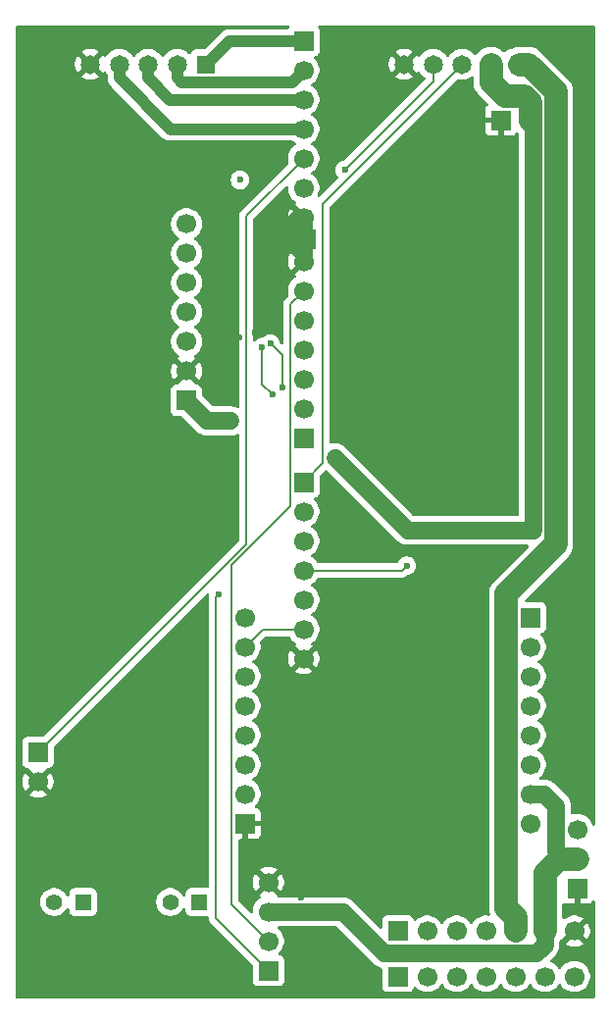
<source format=gbr>
%TF.GenerationSoftware,KiCad,Pcbnew,9.0.2*%
%TF.CreationDate,2025-11-02T21:53:54+09:00*%
%TF.ProjectId,SPC_Noname2,5350435f-4e6f-46e6-916d-65322e6b6963,rev?*%
%TF.SameCoordinates,Original*%
%TF.FileFunction,Copper,L1,Top*%
%TF.FilePolarity,Positive*%
%FSLAX46Y46*%
G04 Gerber Fmt 4.6, Leading zero omitted, Abs format (unit mm)*
G04 Created by KiCad (PCBNEW 9.0.2) date 2025-11-02 21:53:54*
%MOMM*%
%LPD*%
G01*
G04 APERTURE LIST*
%TA.AperFunction,ComponentPad*%
%ADD10R,1.700000X1.700000*%
%TD*%
%TA.AperFunction,ComponentPad*%
%ADD11C,1.700000*%
%TD*%
%TA.AperFunction,ComponentPad*%
%ADD12R,1.650000X1.650000*%
%TD*%
%TA.AperFunction,ComponentPad*%
%ADD13C,1.650000*%
%TD*%
%TA.AperFunction,ComponentPad*%
%ADD14R,1.400000X1.400000*%
%TD*%
%TA.AperFunction,ComponentPad*%
%ADD15C,1.400000*%
%TD*%
%TA.AperFunction,ViaPad*%
%ADD16C,0.600000*%
%TD*%
%TA.AperFunction,Conductor*%
%ADD17C,1.500000*%
%TD*%
%TA.AperFunction,Conductor*%
%ADD18C,2.000000*%
%TD*%
%TA.AperFunction,Conductor*%
%ADD19C,0.200000*%
%TD*%
%TA.AperFunction,Conductor*%
%ADD20C,1.000000*%
%TD*%
G04 APERTURE END LIST*
D10*
%TO.P,J5,1,Pin_1*%
%TO.N,2_GP7*%
X203454000Y-138176000D03*
D11*
%TO.P,J5,2,Pin_2*%
%TO.N,2_GP14*%
X205994000Y-138176000D03*
%TO.P,J5,3,Pin_3*%
%TO.N,2_GP15*%
X208534000Y-138176000D03*
%TO.P,J5,4,Pin_4*%
%TO.N,2_GP16*%
X211074000Y-138176000D03*
%TO.P,J5,5,Pin_5*%
%TO.N,2_GP17*%
X213614000Y-138176000D03*
%TO.P,J5,6,Pin_6*%
%TO.N,2_GP18*%
X216154000Y-138176000D03*
%TO.P,J5,7,Pin_7*%
%TO.N,2_GP19*%
X218694000Y-138176000D03*
%TD*%
D12*
%TO.P,J1,1,Pin_1*%
%TO.N,7.4V*%
X214002000Y-59436000D03*
D13*
%TO.P,J1,2,Pin_2*%
%TO.N,5V*%
X211502000Y-59436000D03*
%TO.P,J1,3,Pin_3*%
%TO.N,SCL3*%
X209002000Y-59436000D03*
%TO.P,J1,4,Pin_4*%
%TO.N,SDA3*%
X206502000Y-59436000D03*
%TO.P,J1,5,Pin_5*%
%TO.N,GND*%
X204002000Y-59436000D03*
%TD*%
D10*
%TO.P,J14,1,Pin_1*%
%TO.N,GP21*%
X172385000Y-118830000D03*
D11*
%TO.P,J14,2,Pin_2*%
%TO.N,GND*%
X172385000Y-121370000D03*
%TD*%
D10*
%TO.P,J10,1,Pin_1*%
%TO.N,SCL4*%
X195326000Y-91694000D03*
D11*
%TO.P,J10,2,Pin_2*%
%TO.N,SDA4*%
X195326000Y-89154000D03*
%TO.P,J10,3,Pin_3*%
%TO.N,unconnected-(J10-Pin_3-Pad3)*%
X195326000Y-86614000D03*
%TO.P,J10,4,Pin_4*%
%TO.N,unconnected-(J10-Pin_4-Pad4)*%
X195326000Y-84074000D03*
%TO.P,J10,5,Pin_5*%
%TO.N,TX3*%
X195326000Y-81534000D03*
%TO.P,J10,6,Pin_6*%
%TO.N,RX3*%
X195326000Y-78994000D03*
%TO.P,J10,7,Pin_7*%
%TO.N,GND*%
X195326000Y-76454000D03*
%TD*%
D10*
%TO.P,J9,1,Pin_1*%
%TO.N,unconnected-(J9-Pin_1-Pad1)*%
X214884000Y-107188000D03*
D11*
%TO.P,J9,2,Pin_2*%
%TO.N,unconnected-(J9-Pin_2-Pad2)*%
X214884000Y-109728000D03*
%TO.P,J9,3,Pin_3*%
%TO.N,RX1*%
X214884000Y-112268000D03*
%TO.P,J9,4,Pin_4*%
%TO.N,TX1*%
X214884000Y-114808000D03*
%TO.P,J9,5,Pin_5*%
%TO.N,unconnected-(J9-Pin_5-Pad5)*%
X214884000Y-117348000D03*
%TO.P,J9,6,Pin_6*%
%TO.N,unconnected-(J9-Pin_6-Pad6)*%
X214884000Y-119888000D03*
%TO.P,J9,7,Pin_7*%
%TO.N,5V*%
X214884000Y-122428000D03*
%TO.P,J9,8,Pin_8*%
%TO.N,GND*%
X214884000Y-124968000D03*
%TD*%
D10*
%TO.P,D1,1,K*%
%TO.N,GND*%
X212344000Y-64262000D03*
D11*
%TO.P,D1,2,A*%
%TO.N,5V*%
X214884000Y-64262000D03*
%TD*%
D10*
%TO.P,J7,1,Pin_1*%
%TO.N,1_AOUT1*%
X203454000Y-134266000D03*
D11*
%TO.P,J7,2,Pin_2*%
%TO.N,1_AOUT2*%
X205994000Y-134266000D03*
%TO.P,J7,3,Pin_3*%
%TO.N,1_BOUT1*%
X208534000Y-134266000D03*
%TO.P,J7,4,Pin_4*%
%TO.N,1_BOUT2*%
X211074000Y-134266000D03*
%TO.P,J7,5,Pin_5*%
%TO.N,7.4V*%
X213614000Y-134266000D03*
%TO.P,J7,6,Pin_6*%
%TO.N,5V*%
X216154000Y-134266000D03*
%TO.P,J7,7,Pin_7*%
%TO.N,GND*%
X218694000Y-134266000D03*
%TD*%
D12*
%TO.P,J12,1,Pin_1*%
%TO.N,LED1*%
X186904000Y-59436000D03*
D13*
%TO.P,J12,2,Pin_2*%
%TO.N,LED2*%
X184404000Y-59436000D03*
%TO.P,J12,3,Pin_3*%
%TO.N,LED3*%
X181904000Y-59436000D03*
%TO.P,J12,4,Pin_4*%
%TO.N,LED4*%
X179404000Y-59436000D03*
%TO.P,J12,5,Pin_5*%
%TO.N,GND*%
X176904000Y-59436000D03*
%TD*%
D14*
%TO.P,J3,1,Pin_1*%
%TO.N,1_BOUT1*%
X186305000Y-131754000D03*
D15*
%TO.P,J3,2,Pin_2*%
%TO.N,1_BOUT2*%
X183805000Y-131754000D03*
%TD*%
D10*
%TO.P,J8,1,Pin_1*%
%TO.N,GND*%
X190246000Y-124968000D03*
D11*
%TO.P,J8,2,Pin_2*%
%TO.N,unconnected-(J8-Pin_2-Pad2)*%
X190246000Y-122428000D03*
%TO.P,J8,3,Pin_3*%
%TO.N,unconnected-(J8-Pin_3-Pad3)*%
X190246000Y-119888000D03*
%TO.P,J8,4,Pin_4*%
%TO.N,unconnected-(J8-Pin_4-Pad4)*%
X190246000Y-117348000D03*
%TO.P,J8,5,Pin_5*%
%TO.N,unconnected-(J8-Pin_5-Pad5)*%
X190246000Y-114808000D03*
%TO.P,J8,6,Pin_6*%
%TO.N,unconnected-(J8-Pin_6-Pad6)*%
X190246000Y-112268000D03*
%TO.P,J8,7,Pin_7*%
%TO.N,RST*%
X190246000Y-109728000D03*
%TO.P,J8,8,Pin_8*%
%TO.N,unconnected-(J8-Pin_8-Pad8)*%
X190246000Y-107188000D03*
%TD*%
D10*
%TO.P,J13,1,Pin_1*%
%TO.N,TX3*%
X192278000Y-137668000D03*
D11*
%TO.P,J13,2,Pin_2*%
%TO.N,RX3*%
X192278000Y-135128000D03*
%TO.P,J13,3,Pin_3*%
%TO.N,5V*%
X192278000Y-132588000D03*
%TO.P,J13,4,Pin_4*%
%TO.N,GND*%
X192278000Y-130048000D03*
%TD*%
D10*
%TO.P,J11,1,Pin_1*%
%TO.N,SCL3*%
X195326000Y-95504000D03*
D11*
%TO.P,J11,2,Pin_2*%
%TO.N,SDA3*%
X195326000Y-98044000D03*
%TO.P,J11,3,Pin_3*%
%TO.N,TX1*%
X195326000Y-100584000D03*
%TO.P,J11,4,Pin_4*%
%TO.N,RX1*%
X195326000Y-103124000D03*
%TO.P,J11,5,Pin_5*%
%TO.N,PWM*%
X195326000Y-105664000D03*
%TO.P,J11,6,Pin_6*%
%TO.N,RST*%
X195326000Y-108204000D03*
%TO.P,J11,7,Pin_7*%
%TO.N,GND*%
X195326000Y-110744000D03*
%TD*%
D10*
%TO.P,J4,1,Pin_1*%
%TO.N,5V*%
X185210000Y-88460000D03*
D11*
%TO.P,J4,2,Pin_2*%
%TO.N,GND*%
X185210000Y-85920000D03*
%TO.P,J4,3,Pin_3*%
%TO.N,unconnected-(J4-Pin_3-Pad3)*%
X185210000Y-83380000D03*
%TO.P,J4,4,Pin_4*%
%TO.N,unconnected-(J4-Pin_4-Pad4)*%
X185210000Y-80840000D03*
%TO.P,J4,5,Pin_5*%
%TO.N,unconnected-(J4-Pin_5-Pad5)*%
X185210000Y-78300000D03*
%TO.P,J4,6,Pin_6*%
%TO.N,SCL4*%
X185210000Y-75760000D03*
%TO.P,J4,7,Pin_7*%
%TO.N,SDA4*%
X185210000Y-73220000D03*
%TD*%
D10*
%TO.P,J6,1,Pin_1*%
%TO.N,GND*%
X218948000Y-130556000D03*
D11*
%TO.P,J6,2,Pin_2*%
%TO.N,5V*%
X218948000Y-128016000D03*
%TO.P,J6,3,Pin_3*%
%TO.N,PWM*%
X218948000Y-125476000D03*
%TD*%
D10*
%TO.P,J16,1,Pin_1*%
%TO.N,LED1*%
X195326000Y-57404000D03*
D11*
%TO.P,J16,2,Pin_2*%
%TO.N,LED2*%
X195326000Y-59944000D03*
%TO.P,J16,3,Pin_3*%
%TO.N,LED3*%
X195326000Y-62484000D03*
%TO.P,J16,4,Pin_4*%
%TO.N,LED4*%
X195326000Y-65024000D03*
%TO.P,J16,5,Pin_5*%
%TO.N,GP21*%
X195326000Y-67564000D03*
%TO.P,J16,6,Pin_6*%
%TO.N,1_GP10*%
X195326000Y-70104000D03*
%TO.P,J16,7,Pin_7*%
%TO.N,GND*%
X195326000Y-72644000D03*
%TD*%
D14*
%TO.P,J2,1,Pin_1*%
%TO.N,1_AOUT1*%
X176281000Y-131754000D03*
D15*
%TO.P,J2,2,Pin_2*%
%TO.N,1_AOUT2*%
X173781000Y-131754000D03*
%TD*%
D16*
%TO.N,GND*%
X195072000Y-131318000D03*
%TO.N,*%
X189830000Y-69420000D03*
%TO.N,5V*%
X189031000Y-90221000D03*
X215134000Y-99670000D03*
X198030000Y-93390000D03*
%TO.N,GND*%
X191137367Y-82594182D03*
X189760000Y-82980000D03*
X208550000Y-129880000D03*
X197830000Y-64430000D03*
%TO.N,SCL4*%
X191737367Y-83851330D03*
X192610000Y-87940000D03*
%TO.N,SDA4*%
X193500000Y-87300000D03*
X192470000Y-83530000D03*
%TO.N,RX1*%
X204210000Y-102710000D03*
%TO.N,TX3*%
X187980000Y-105190000D03*
%TO.N,SDA3*%
X198870000Y-68540000D03*
%TD*%
D17*
%TO.N,5V*%
X217147000Y-127417081D02*
X217745919Y-128016000D01*
X215405081Y-136217000D02*
X216154000Y-135468081D01*
D18*
X211502000Y-60988000D02*
X212725000Y-62211000D01*
X217386000Y-128016000D02*
X216154000Y-129248000D01*
D17*
X186971000Y-90221000D02*
X185210000Y-88460000D01*
X192278000Y-132588000D02*
X198708000Y-132588000D01*
D18*
X214884000Y-62700000D02*
X214884000Y-64262000D01*
X218948000Y-128016000D02*
X217386000Y-128016000D01*
D17*
X214884000Y-64262000D02*
X215134000Y-64512000D01*
X215134000Y-64512000D02*
X215134000Y-99670000D01*
X215134000Y-99670000D02*
X204310000Y-99670000D01*
D18*
X212725000Y-62211000D02*
X214395000Y-62211000D01*
D17*
X189031000Y-90221000D02*
X186971000Y-90221000D01*
X214884000Y-122428000D02*
X216086081Y-122428000D01*
X202337000Y-136217000D02*
X215405081Y-136217000D01*
D18*
X211502000Y-59436000D02*
X211502000Y-60988000D01*
X216154000Y-129248000D02*
X216154000Y-134266000D01*
D17*
X217745919Y-128016000D02*
X218948000Y-128016000D01*
X216086081Y-122428000D02*
X217147000Y-123488919D01*
X204310000Y-99670000D02*
X198030000Y-93390000D01*
X217147000Y-123488919D02*
X217147000Y-127417081D01*
X198708000Y-132588000D02*
X202337000Y-136217000D01*
D18*
X214395000Y-62211000D02*
X214884000Y-62700000D01*
D17*
X216154000Y-135468081D02*
X216154000Y-134266000D01*
D19*
%TO.N,GND*%
X212344000Y-64262000D02*
X212344000Y-65976000D01*
X212344000Y-65976000D02*
X210760000Y-67560000D01*
D17*
X194906000Y-72644000D02*
X192830000Y-74720000D01*
X195326000Y-72644000D02*
X194906000Y-72644000D01*
D19*
X188150000Y-82980000D02*
X189760000Y-82980000D01*
D17*
X195326000Y-72644000D02*
X195326000Y-76454000D01*
D19*
X185210000Y-85920000D02*
X188150000Y-82980000D01*
D20*
%TO.N,LED4*%
X195326000Y-65024000D02*
X183825274Y-65024000D01*
X179404000Y-60602726D02*
X179404000Y-59436000D01*
X183825274Y-65024000D02*
X179404000Y-60602726D01*
%TO.N,LED3*%
X195326000Y-62484000D02*
X183785274Y-62484000D01*
X183785274Y-62484000D02*
X181904000Y-60602726D01*
X181904000Y-60602726D02*
X181904000Y-59436000D01*
%TO.N,LED2*%
X184763274Y-60962000D02*
X184404000Y-60602726D01*
X195326000Y-59944000D02*
X194308000Y-60962000D01*
X184404000Y-60602726D02*
X184404000Y-59436000D01*
X194308000Y-60962000D02*
X184763274Y-60962000D01*
%TO.N,LED1*%
X188936000Y-57404000D02*
X186904000Y-59436000D01*
X195326000Y-57404000D02*
X188936000Y-57404000D01*
D19*
%TO.N,SCL4*%
X191737367Y-87067367D02*
X192610000Y-87940000D01*
X191737367Y-83851330D02*
X191737367Y-87067367D01*
%TO.N,SDA4*%
X192470000Y-83530000D02*
X193500000Y-84560000D01*
X193500000Y-84560000D02*
X193500000Y-87300000D01*
D18*
%TO.N,7.4V*%
X214732684Y-59436000D02*
X217085000Y-61788316D01*
X213614000Y-133063919D02*
X213614000Y-134266000D01*
X212833000Y-105137000D02*
X212833000Y-132282919D01*
X217085000Y-100885000D02*
X212833000Y-105137000D01*
X212833000Y-132282919D02*
X213614000Y-133063919D01*
X214002000Y-59436000D02*
X214732684Y-59436000D01*
X217085000Y-61788316D02*
X217085000Y-100885000D01*
D19*
%TO.N,RST*%
X191770000Y-108204000D02*
X195326000Y-108204000D01*
X190246000Y-109728000D02*
X191770000Y-108204000D01*
%TO.N,RX1*%
X203796000Y-103124000D02*
X195326000Y-103124000D01*
X204210000Y-102710000D02*
X203796000Y-103124000D01*
%TO.N,RX3*%
X194175000Y-80145000D02*
X195326000Y-78994000D01*
X189095000Y-102687100D02*
X194175000Y-97607100D01*
X192278000Y-135128000D02*
X189095000Y-131945000D01*
X189095000Y-131945000D02*
X189095000Y-102687100D01*
X194175000Y-97607100D02*
X194175000Y-80145000D01*
%TO.N,TX3*%
X192278000Y-137668000D02*
X187740000Y-133130000D01*
X187740000Y-105430000D02*
X187980000Y-105190000D01*
X187740000Y-133130000D02*
X187740000Y-105430000D01*
%TO.N,SCL3*%
X196979001Y-93850999D02*
X195326000Y-95504000D01*
X209002000Y-59436000D02*
X196979001Y-71458999D01*
X196979001Y-71458999D02*
X196979001Y-93850999D01*
%TO.N,SDA3*%
X206502000Y-59436000D02*
X206502000Y-60908000D01*
X206502000Y-60908000D02*
X198870000Y-68540000D01*
%TO.N,GP21*%
X172385000Y-118830000D02*
X190360000Y-100855000D01*
X190360000Y-100855000D02*
X190360000Y-72530000D01*
X190360000Y-72530000D02*
X195326000Y-67564000D01*
%TD*%
%TA.AperFunction,Conductor*%
%TO.N,GND*%
G36*
X193967571Y-56079314D02*
G01*
X193975286Y-56078049D01*
X194000624Y-56089019D01*
X194027110Y-56096797D01*
X194032227Y-56102703D01*
X194039403Y-56105810D01*
X194054788Y-56128739D01*
X194072865Y-56149601D01*
X194073977Y-56157337D01*
X194078333Y-56163829D01*
X194078879Y-56191429D01*
X194082809Y-56218759D01*
X194079575Y-56226566D01*
X194079716Y-56233685D01*
X194065693Y-56266074D01*
X194062729Y-56270891D01*
X194032204Y-56311669D01*
X194023812Y-56334167D01*
X194017481Y-56344462D01*
X193965593Y-56391253D01*
X193911859Y-56403500D01*
X188837455Y-56403500D01*
X188740812Y-56422724D01*
X188644167Y-56441947D01*
X188644161Y-56441949D01*
X188590834Y-56464037D01*
X188590834Y-56464038D01*
X188545315Y-56482892D01*
X188462089Y-56517366D01*
X188462079Y-56517371D01*
X188298219Y-56626859D01*
X188228540Y-56696538D01*
X188158861Y-56766218D01*
X188158858Y-56766221D01*
X186850897Y-58074181D01*
X186789574Y-58107666D01*
X186763216Y-58110500D01*
X186031129Y-58110500D01*
X186031123Y-58110501D01*
X185971516Y-58116908D01*
X185836671Y-58167202D01*
X185836664Y-58167206D01*
X185721455Y-58253452D01*
X185721452Y-58253455D01*
X185635206Y-58368664D01*
X185635202Y-58368671D01*
X185587451Y-58496700D01*
X185545580Y-58552634D01*
X185480116Y-58577051D01*
X185411843Y-58562199D01*
X185383588Y-58541048D01*
X185267506Y-58424966D01*
X185239337Y-58404500D01*
X185098714Y-58302330D01*
X185097799Y-58301864D01*
X184912820Y-58207612D01*
X184714389Y-58143137D01*
X184508324Y-58110500D01*
X184508319Y-58110500D01*
X184299681Y-58110500D01*
X184299676Y-58110500D01*
X184093610Y-58143137D01*
X183895179Y-58207612D01*
X183709285Y-58302330D01*
X183540493Y-58424966D01*
X183392966Y-58572493D01*
X183270330Y-58741286D01*
X183264484Y-58752759D01*
X183216508Y-58803554D01*
X183148687Y-58820348D01*
X183082553Y-58797809D01*
X183043516Y-58752759D01*
X183041137Y-58748091D01*
X183037670Y-58741286D01*
X182915035Y-58572495D01*
X182767505Y-58424965D01*
X182598714Y-58302330D01*
X182597799Y-58301864D01*
X182412820Y-58207612D01*
X182214389Y-58143137D01*
X182008324Y-58110500D01*
X182008319Y-58110500D01*
X181799681Y-58110500D01*
X181799676Y-58110500D01*
X181593610Y-58143137D01*
X181395179Y-58207612D01*
X181209285Y-58302330D01*
X181040493Y-58424966D01*
X180892966Y-58572493D01*
X180770330Y-58741286D01*
X180764484Y-58752759D01*
X180716508Y-58803554D01*
X180648687Y-58820348D01*
X180582553Y-58797809D01*
X180543516Y-58752759D01*
X180541137Y-58748091D01*
X180537670Y-58741286D01*
X180415035Y-58572495D01*
X180267505Y-58424965D01*
X180098714Y-58302330D01*
X180097799Y-58301864D01*
X179912820Y-58207612D01*
X179714389Y-58143137D01*
X179508324Y-58110500D01*
X179508319Y-58110500D01*
X179299681Y-58110500D01*
X179299676Y-58110500D01*
X179093610Y-58143137D01*
X178895179Y-58207612D01*
X178709285Y-58302330D01*
X178540493Y-58424966D01*
X178392966Y-58572493D01*
X178270328Y-58741288D01*
X178264201Y-58753313D01*
X178216225Y-58804108D01*
X178148404Y-58820901D01*
X178082270Y-58798362D01*
X178043232Y-58753308D01*
X178037244Y-58741555D01*
X178037236Y-58741543D01*
X178001372Y-58692180D01*
X178001371Y-58692179D01*
X177427787Y-59265764D01*
X177416518Y-59223708D01*
X177344110Y-59098292D01*
X177241708Y-58995890D01*
X177116292Y-58923482D01*
X177074233Y-58912212D01*
X177647819Y-58338627D01*
X177598451Y-58302759D01*
X177412627Y-58208075D01*
X177214272Y-58143626D01*
X177008279Y-58111000D01*
X176799721Y-58111000D01*
X176593727Y-58143626D01*
X176395372Y-58208075D01*
X176209552Y-58302757D01*
X176160180Y-58338627D01*
X176733766Y-58912212D01*
X176691708Y-58923482D01*
X176566292Y-58995890D01*
X176463890Y-59098292D01*
X176391482Y-59223708D01*
X176380212Y-59265765D01*
X175806627Y-58692180D01*
X175770757Y-58741552D01*
X175676075Y-58927372D01*
X175611626Y-59125727D01*
X175579000Y-59331720D01*
X175579000Y-59540279D01*
X175611626Y-59746272D01*
X175676075Y-59944627D01*
X175770759Y-60130451D01*
X175806627Y-60179818D01*
X175806627Y-60179819D01*
X176380212Y-59606234D01*
X176391482Y-59648292D01*
X176463890Y-59773708D01*
X176566292Y-59876110D01*
X176691708Y-59948518D01*
X176733765Y-59959787D01*
X176160179Y-60533371D01*
X176160180Y-60533372D01*
X176209543Y-60569236D01*
X176209556Y-60569244D01*
X176395372Y-60663924D01*
X176593727Y-60728373D01*
X176799721Y-60761000D01*
X177008279Y-60761000D01*
X177214272Y-60728373D01*
X177412627Y-60663924D01*
X177598451Y-60569240D01*
X177647818Y-60533372D01*
X177647818Y-60533371D01*
X177074234Y-59959787D01*
X177116292Y-59948518D01*
X177241708Y-59876110D01*
X177344110Y-59773708D01*
X177416518Y-59648292D01*
X177427787Y-59606234D01*
X178001371Y-60179818D01*
X178001372Y-60179818D01*
X178037241Y-60130449D01*
X178043231Y-60118694D01*
X178045848Y-60115922D01*
X178046773Y-60112225D01*
X178069646Y-60090722D01*
X178091203Y-60067896D01*
X178094903Y-60066979D01*
X178097680Y-60064369D01*
X178128551Y-60058645D01*
X178159023Y-60051098D01*
X178162630Y-60052327D01*
X178166379Y-60051632D01*
X178195441Y-60063506D01*
X178225159Y-60073632D01*
X178228555Y-60077036D01*
X178231058Y-60078059D01*
X178237703Y-60086205D01*
X178255232Y-60103774D01*
X178260244Y-60110918D01*
X178270330Y-60130714D01*
X178380424Y-60282245D01*
X178381014Y-60283085D01*
X178391879Y-60315212D01*
X178403298Y-60347215D01*
X178403352Y-60349138D01*
X178403398Y-60349272D01*
X178403360Y-60349420D01*
X178403500Y-60354295D01*
X178403500Y-60701270D01*
X178441947Y-60894554D01*
X178441950Y-60894566D01*
X178462634Y-60944501D01*
X178517364Y-61076633D01*
X178517371Y-61076646D01*
X178626859Y-61240506D01*
X178626860Y-61240507D01*
X178626861Y-61240508D01*
X178766218Y-61379865D01*
X178766219Y-61379865D01*
X178773286Y-61386932D01*
X178773285Y-61386932D01*
X178773289Y-61386935D01*
X183187489Y-65801137D01*
X183187493Y-65801140D01*
X183351353Y-65910628D01*
X183351359Y-65910631D01*
X183351360Y-65910632D01*
X183533439Y-65986052D01*
X183694663Y-66018121D01*
X183726731Y-66024499D01*
X183726732Y-66024500D01*
X183726733Y-66024500D01*
X183726734Y-66024500D01*
X183923815Y-66024500D01*
X194365800Y-66024500D01*
X194432839Y-66044185D01*
X194445365Y-66053493D01*
X194618182Y-66179050D01*
X194626946Y-66183516D01*
X194677742Y-66231491D01*
X194694536Y-66299312D01*
X194671998Y-66365447D01*
X194626946Y-66404484D01*
X194618182Y-66408949D01*
X194446213Y-66533890D01*
X194295890Y-66684213D01*
X194170951Y-66856179D01*
X194074444Y-67045585D01*
X194008753Y-67247760D01*
X193975500Y-67457713D01*
X193975500Y-67670286D01*
X194008754Y-67880244D01*
X194008754Y-67880247D01*
X194022491Y-67922523D01*
X194024486Y-67992364D01*
X193992241Y-68048522D01*
X189991286Y-72049478D01*
X189879481Y-72161282D01*
X189879480Y-72161284D01*
X189831782Y-72243901D01*
X189829361Y-72248094D01*
X189829359Y-72248096D01*
X189800425Y-72298209D01*
X189800424Y-72298210D01*
X189800423Y-72298215D01*
X189759499Y-72450943D01*
X189759499Y-72450945D01*
X189759499Y-72619046D01*
X189759500Y-72619059D01*
X189759500Y-88986370D01*
X189739815Y-89053409D01*
X189687011Y-89099164D01*
X189617853Y-89109108D01*
X189579206Y-89096855D01*
X189511032Y-89062118D01*
X189323826Y-89001290D01*
X189129422Y-88970500D01*
X189129417Y-88970500D01*
X187540336Y-88970500D01*
X187473297Y-88950815D01*
X187452655Y-88934181D01*
X186596818Y-88078344D01*
X186563333Y-88017021D01*
X186560499Y-87990663D01*
X186560499Y-87562129D01*
X186560498Y-87562123D01*
X186560497Y-87562116D01*
X186554091Y-87502517D01*
X186509378Y-87382636D01*
X186503797Y-87367671D01*
X186503793Y-87367664D01*
X186417547Y-87252455D01*
X186417544Y-87252452D01*
X186302335Y-87166206D01*
X186302328Y-87166202D01*
X186167482Y-87115908D01*
X186167483Y-87115908D01*
X186107883Y-87109501D01*
X186107881Y-87109500D01*
X186107873Y-87109500D01*
X186107865Y-87109500D01*
X186097309Y-87109500D01*
X186030270Y-87089815D01*
X186009628Y-87073181D01*
X185339408Y-86402962D01*
X185402993Y-86385925D01*
X185517007Y-86320099D01*
X185610099Y-86227007D01*
X185675925Y-86112993D01*
X185692962Y-86049408D01*
X186325270Y-86681717D01*
X186325270Y-86681716D01*
X186364622Y-86627554D01*
X186461095Y-86438217D01*
X186526757Y-86236130D01*
X186526757Y-86236127D01*
X186560000Y-86026246D01*
X186560000Y-85813753D01*
X186526757Y-85603872D01*
X186526757Y-85603869D01*
X186461095Y-85401782D01*
X186364624Y-85212449D01*
X186325270Y-85158282D01*
X186325269Y-85158282D01*
X185692962Y-85790590D01*
X185675925Y-85727007D01*
X185610099Y-85612993D01*
X185517007Y-85519901D01*
X185402993Y-85454075D01*
X185339409Y-85437037D01*
X185971716Y-84804728D01*
X185917547Y-84765373D01*
X185917547Y-84765372D01*
X185908500Y-84760763D01*
X185857706Y-84712788D01*
X185840912Y-84644966D01*
X185863451Y-84578832D01*
X185908508Y-84539793D01*
X185917816Y-84535051D01*
X186031093Y-84452751D01*
X186089786Y-84410109D01*
X186089788Y-84410106D01*
X186089792Y-84410104D01*
X186240104Y-84259792D01*
X186240106Y-84259788D01*
X186240109Y-84259786D01*
X186365048Y-84087820D01*
X186365047Y-84087820D01*
X186365051Y-84087816D01*
X186461557Y-83898412D01*
X186527246Y-83696243D01*
X186560500Y-83486287D01*
X186560500Y-83273713D01*
X186527246Y-83063757D01*
X186461557Y-82861588D01*
X186365051Y-82672184D01*
X186365049Y-82672181D01*
X186365048Y-82672179D01*
X186240109Y-82500213D01*
X186089786Y-82349890D01*
X185917820Y-82224951D01*
X185917115Y-82224591D01*
X185909054Y-82220485D01*
X185858259Y-82172512D01*
X185841463Y-82104692D01*
X185863999Y-82038556D01*
X185909054Y-81999515D01*
X185917816Y-81995051D01*
X185939789Y-81979086D01*
X186089786Y-81870109D01*
X186089788Y-81870106D01*
X186089792Y-81870104D01*
X186240104Y-81719792D01*
X186240106Y-81719788D01*
X186240109Y-81719786D01*
X186365048Y-81547820D01*
X186365047Y-81547820D01*
X186365051Y-81547816D01*
X186461557Y-81358412D01*
X186527246Y-81156243D01*
X186560500Y-80946287D01*
X186560500Y-80733713D01*
X186527246Y-80523757D01*
X186461557Y-80321588D01*
X186365051Y-80132184D01*
X186365049Y-80132181D01*
X186365048Y-80132179D01*
X186240109Y-79960213D01*
X186089786Y-79809890D01*
X185917820Y-79684951D01*
X185917115Y-79684591D01*
X185909054Y-79680485D01*
X185858259Y-79632512D01*
X185841463Y-79564692D01*
X185863999Y-79498556D01*
X185909054Y-79459515D01*
X185917816Y-79455051D01*
X186058935Y-79352523D01*
X186089786Y-79330109D01*
X186089788Y-79330106D01*
X186089792Y-79330104D01*
X186240104Y-79179792D01*
X186240106Y-79179788D01*
X186240109Y-79179786D01*
X186365048Y-79007820D01*
X186365047Y-79007820D01*
X186365051Y-79007816D01*
X186461557Y-78818412D01*
X186527246Y-78616243D01*
X186560500Y-78406287D01*
X186560500Y-78193713D01*
X186527246Y-77983757D01*
X186461557Y-77781588D01*
X186365051Y-77592184D01*
X186365049Y-77592181D01*
X186365048Y-77592179D01*
X186240109Y-77420213D01*
X186089786Y-77269890D01*
X185917820Y-77144951D01*
X185917115Y-77144591D01*
X185909054Y-77140485D01*
X185858259Y-77092512D01*
X185841463Y-77024692D01*
X185863999Y-76958556D01*
X185909054Y-76919515D01*
X185917816Y-76915051D01*
X186001710Y-76854099D01*
X186089786Y-76790109D01*
X186089788Y-76790106D01*
X186089792Y-76790104D01*
X186240104Y-76639792D01*
X186240106Y-76639788D01*
X186240109Y-76639786D01*
X186365048Y-76467820D01*
X186365047Y-76467820D01*
X186365051Y-76467816D01*
X186461557Y-76278412D01*
X186527246Y-76076243D01*
X186560500Y-75866287D01*
X186560500Y-75653713D01*
X186527246Y-75443757D01*
X186461557Y-75241588D01*
X186365051Y-75052184D01*
X186365049Y-75052181D01*
X186365048Y-75052179D01*
X186240109Y-74880213D01*
X186089786Y-74729890D01*
X185917820Y-74604951D01*
X185917115Y-74604591D01*
X185909054Y-74600485D01*
X185858259Y-74552512D01*
X185841463Y-74484692D01*
X185863999Y-74418556D01*
X185909054Y-74379515D01*
X185917816Y-74375051D01*
X185939789Y-74359086D01*
X186089786Y-74250109D01*
X186089788Y-74250106D01*
X186089792Y-74250104D01*
X186240104Y-74099792D01*
X186240106Y-74099788D01*
X186240109Y-74099786D01*
X186365048Y-73927820D01*
X186365047Y-73927820D01*
X186365051Y-73927816D01*
X186461557Y-73738412D01*
X186527246Y-73536243D01*
X186560500Y-73326287D01*
X186560500Y-73113713D01*
X186527246Y-72903757D01*
X186461557Y-72701588D01*
X186365051Y-72512184D01*
X186365049Y-72512181D01*
X186365048Y-72512179D01*
X186240109Y-72340213D01*
X186089786Y-72189890D01*
X185917820Y-72064951D01*
X185728414Y-71968444D01*
X185728413Y-71968443D01*
X185728412Y-71968443D01*
X185526243Y-71902754D01*
X185526241Y-71902753D01*
X185526240Y-71902753D01*
X185364957Y-71877208D01*
X185316287Y-71869500D01*
X185103713Y-71869500D01*
X185055042Y-71877208D01*
X184893760Y-71902753D01*
X184691585Y-71968444D01*
X184502179Y-72064951D01*
X184330213Y-72189890D01*
X184179890Y-72340213D01*
X184054951Y-72512179D01*
X183958444Y-72701585D01*
X183892753Y-72903760D01*
X183883825Y-72960130D01*
X183859500Y-73113713D01*
X183859500Y-73326287D01*
X183892754Y-73536243D01*
X183956847Y-73733501D01*
X183958444Y-73738414D01*
X184054951Y-73927820D01*
X184179890Y-74099786D01*
X184330213Y-74250109D01*
X184502182Y-74375050D01*
X184510946Y-74379516D01*
X184561742Y-74427491D01*
X184578536Y-74495312D01*
X184555998Y-74561447D01*
X184510946Y-74600484D01*
X184502182Y-74604949D01*
X184330213Y-74729890D01*
X184179890Y-74880213D01*
X184054951Y-75052179D01*
X183958444Y-75241585D01*
X183892753Y-75443760D01*
X183859500Y-75653713D01*
X183859500Y-75866287D01*
X183892754Y-76076243D01*
X183949492Y-76250865D01*
X183958444Y-76278414D01*
X184054951Y-76467820D01*
X184179890Y-76639786D01*
X184330213Y-76790109D01*
X184502182Y-76915050D01*
X184510946Y-76919516D01*
X184561742Y-76967491D01*
X184578536Y-77035312D01*
X184555998Y-77101447D01*
X184510946Y-77140484D01*
X184502182Y-77144949D01*
X184330213Y-77269890D01*
X184179890Y-77420213D01*
X184054951Y-77592179D01*
X183958444Y-77781585D01*
X183892753Y-77983760D01*
X183867210Y-78145035D01*
X183859500Y-78193713D01*
X183859500Y-78406287D01*
X183892754Y-78616243D01*
X183912741Y-78677757D01*
X183958444Y-78818414D01*
X184054951Y-79007820D01*
X184179890Y-79179786D01*
X184330213Y-79330109D01*
X184502182Y-79455050D01*
X184510946Y-79459516D01*
X184561742Y-79507491D01*
X184578536Y-79575312D01*
X184555998Y-79641447D01*
X184510946Y-79680484D01*
X184502182Y-79684949D01*
X184330213Y-79809890D01*
X184179890Y-79960213D01*
X184054951Y-80132179D01*
X183958444Y-80321585D01*
X183892753Y-80523760D01*
X183859500Y-80733713D01*
X183859500Y-80946286D01*
X183892753Y-81156239D01*
X183958444Y-81358414D01*
X184054951Y-81547820D01*
X184179890Y-81719786D01*
X184330213Y-81870109D01*
X184502182Y-81995050D01*
X184510946Y-81999516D01*
X184561742Y-82047491D01*
X184578536Y-82115312D01*
X184555998Y-82181447D01*
X184510946Y-82220484D01*
X184502182Y-82224949D01*
X184330213Y-82349890D01*
X184179890Y-82500213D01*
X184054951Y-82672179D01*
X183958444Y-82861585D01*
X183892753Y-83063760D01*
X183880371Y-83141939D01*
X183859500Y-83273713D01*
X183859500Y-83486287D01*
X183866303Y-83529237D01*
X183892753Y-83696239D01*
X183958444Y-83898414D01*
X184054951Y-84087820D01*
X184179890Y-84259786D01*
X184330213Y-84410109D01*
X184502179Y-84535048D01*
X184502181Y-84535049D01*
X184502184Y-84535051D01*
X184511493Y-84539794D01*
X184562290Y-84587766D01*
X184579087Y-84655587D01*
X184556552Y-84721722D01*
X184511505Y-84760760D01*
X184502446Y-84765376D01*
X184502440Y-84765380D01*
X184448282Y-84804727D01*
X184448282Y-84804728D01*
X185080591Y-85437037D01*
X185017007Y-85454075D01*
X184902993Y-85519901D01*
X184809901Y-85612993D01*
X184744075Y-85727007D01*
X184727037Y-85790591D01*
X184094728Y-85158282D01*
X184094727Y-85158282D01*
X184055380Y-85212439D01*
X183958904Y-85401782D01*
X183893242Y-85603869D01*
X183893242Y-85603872D01*
X183860000Y-85813753D01*
X183860000Y-86026246D01*
X183893242Y-86236127D01*
X183893242Y-86236130D01*
X183958904Y-86438217D01*
X184055375Y-86627550D01*
X184094728Y-86681716D01*
X184727037Y-86049408D01*
X184744075Y-86112993D01*
X184809901Y-86227007D01*
X184902993Y-86320099D01*
X185017007Y-86385925D01*
X185080590Y-86402962D01*
X184410370Y-87073181D01*
X184349047Y-87106666D01*
X184322698Y-87109500D01*
X184312134Y-87109500D01*
X184312123Y-87109501D01*
X184252516Y-87115908D01*
X184117671Y-87166202D01*
X184117664Y-87166206D01*
X184002455Y-87252452D01*
X184002452Y-87252455D01*
X183916206Y-87367664D01*
X183916202Y-87367671D01*
X183865908Y-87502517D01*
X183861031Y-87547887D01*
X183859501Y-87562123D01*
X183859500Y-87562135D01*
X183859500Y-89357870D01*
X183859501Y-89357876D01*
X183865908Y-89417483D01*
X183916202Y-89552328D01*
X183916206Y-89552335D01*
X184002452Y-89667544D01*
X184002455Y-89667547D01*
X184117664Y-89753793D01*
X184117671Y-89753797D01*
X184162618Y-89770561D01*
X184252517Y-89804091D01*
X184312127Y-89810500D01*
X184740663Y-89810499D01*
X184807702Y-89830183D01*
X184828344Y-89846818D01*
X186156354Y-91174828D01*
X186315595Y-91290524D01*
X186422795Y-91345145D01*
X186490978Y-91379886D01*
X186559547Y-91402165D01*
X186559548Y-91402165D01*
X186600989Y-91415630D01*
X186678173Y-91440709D01*
X186872578Y-91471500D01*
X186872583Y-91471500D01*
X189129422Y-91471500D01*
X189323826Y-91440709D01*
X189511025Y-91379884D01*
X189579204Y-91345144D01*
X189647873Y-91332248D01*
X189712614Y-91358524D01*
X189752872Y-91415630D01*
X189759500Y-91455629D01*
X189759500Y-100554902D01*
X189739815Y-100621941D01*
X189723181Y-100642583D01*
X172922582Y-117443181D01*
X172861259Y-117476666D01*
X172834901Y-117479500D01*
X171487129Y-117479500D01*
X171487123Y-117479501D01*
X171427516Y-117485908D01*
X171292671Y-117536202D01*
X171292664Y-117536206D01*
X171177455Y-117622452D01*
X171177452Y-117622455D01*
X171091206Y-117737664D01*
X171091202Y-117737671D01*
X171040908Y-117872517D01*
X171034501Y-117932116D01*
X171034500Y-117932135D01*
X171034500Y-119727870D01*
X171034501Y-119727876D01*
X171040908Y-119787483D01*
X171091202Y-119922328D01*
X171091206Y-119922335D01*
X171177452Y-120037544D01*
X171177455Y-120037547D01*
X171292664Y-120123793D01*
X171292671Y-120123797D01*
X171337618Y-120140561D01*
X171427517Y-120174091D01*
X171487127Y-120180500D01*
X171497685Y-120180499D01*
X171564723Y-120200179D01*
X171585372Y-120216818D01*
X172255591Y-120887037D01*
X172192007Y-120904075D01*
X172077993Y-120969901D01*
X171984901Y-121062993D01*
X171919075Y-121177007D01*
X171902037Y-121240591D01*
X171269728Y-120608282D01*
X171269727Y-120608282D01*
X171230380Y-120662439D01*
X171133904Y-120851782D01*
X171068242Y-121053869D01*
X171068242Y-121053872D01*
X171035000Y-121263753D01*
X171035000Y-121476246D01*
X171068242Y-121686127D01*
X171068242Y-121686130D01*
X171133904Y-121888217D01*
X171230375Y-122077550D01*
X171269728Y-122131716D01*
X171902037Y-121499408D01*
X171919075Y-121562993D01*
X171984901Y-121677007D01*
X172077993Y-121770099D01*
X172192007Y-121835925D01*
X172255590Y-121852962D01*
X171623282Y-122485269D01*
X171623282Y-122485270D01*
X171677449Y-122524624D01*
X171866782Y-122621095D01*
X172068870Y-122686757D01*
X172278754Y-122720000D01*
X172491246Y-122720000D01*
X172701127Y-122686757D01*
X172701130Y-122686757D01*
X172903217Y-122621095D01*
X173092554Y-122524622D01*
X173146716Y-122485270D01*
X173146717Y-122485270D01*
X172514408Y-121852962D01*
X172577993Y-121835925D01*
X172692007Y-121770099D01*
X172785099Y-121677007D01*
X172850925Y-121562993D01*
X172867962Y-121499409D01*
X173500270Y-122131717D01*
X173500270Y-122131716D01*
X173539622Y-122077554D01*
X173636095Y-121888217D01*
X173701757Y-121686130D01*
X173701757Y-121686127D01*
X173735000Y-121476246D01*
X173735000Y-121263753D01*
X173701757Y-121053872D01*
X173701757Y-121053869D01*
X173636095Y-120851782D01*
X173539624Y-120662449D01*
X173500270Y-120608282D01*
X173500269Y-120608282D01*
X172867962Y-121240590D01*
X172850925Y-121177007D01*
X172785099Y-121062993D01*
X172692007Y-120969901D01*
X172577993Y-120904075D01*
X172514409Y-120887037D01*
X173184627Y-120216818D01*
X173245950Y-120183333D01*
X173272307Y-120180499D01*
X173282872Y-120180499D01*
X173342483Y-120174091D01*
X173477331Y-120123796D01*
X173592546Y-120037546D01*
X173678796Y-119922331D01*
X173729091Y-119787483D01*
X173735500Y-119727873D01*
X173735499Y-118380095D01*
X173755184Y-118313057D01*
X173771813Y-118292420D01*
X186967821Y-105096413D01*
X186987255Y-105085802D01*
X187003989Y-105071302D01*
X187017320Y-105069385D01*
X187029142Y-105062930D01*
X187051228Y-105064509D01*
X187073147Y-105061358D01*
X187085398Y-105066953D01*
X187098834Y-105067914D01*
X187116560Y-105081184D01*
X187136703Y-105090383D01*
X187143985Y-105101714D01*
X187154767Y-105109786D01*
X187162504Y-105130531D01*
X187174477Y-105149161D01*
X187177628Y-105171079D01*
X187179184Y-105175250D01*
X187179500Y-105184096D01*
X187179500Y-105185332D01*
X187175275Y-105217425D01*
X187139499Y-105350943D01*
X187139499Y-105519046D01*
X187139500Y-105519059D01*
X187139500Y-130429500D01*
X187119815Y-130496539D01*
X187067011Y-130542294D01*
X187015500Y-130553500D01*
X185557129Y-130553500D01*
X185557123Y-130553501D01*
X185497516Y-130559908D01*
X185362671Y-130610202D01*
X185362664Y-130610206D01*
X185247455Y-130696452D01*
X185247452Y-130696455D01*
X185161206Y-130811664D01*
X185161202Y-130811671D01*
X185110908Y-130946517D01*
X185104501Y-131006116D01*
X185104501Y-131006123D01*
X185104500Y-131006135D01*
X185104500Y-131143586D01*
X185084815Y-131210625D01*
X185032011Y-131256380D01*
X184962853Y-131266324D01*
X184899297Y-131237299D01*
X184870015Y-131199881D01*
X184831759Y-131124800D01*
X184720690Y-130971927D01*
X184587073Y-130838310D01*
X184434199Y-130727240D01*
X184265836Y-130641454D01*
X184086118Y-130583059D01*
X183899486Y-130553500D01*
X183899481Y-130553500D01*
X183710519Y-130553500D01*
X183710514Y-130553500D01*
X183523881Y-130583059D01*
X183344163Y-130641454D01*
X183175800Y-130727240D01*
X183136830Y-130755554D01*
X183022927Y-130838310D01*
X183022925Y-130838312D01*
X183022924Y-130838312D01*
X182889312Y-130971924D01*
X182889312Y-130971925D01*
X182889310Y-130971927D01*
X182852984Y-131021925D01*
X182778240Y-131124800D01*
X182692454Y-131293163D01*
X182634059Y-131472881D01*
X182604500Y-131659513D01*
X182604500Y-131848486D01*
X182634059Y-132035118D01*
X182692454Y-132214836D01*
X182742837Y-132313717D01*
X182778240Y-132383199D01*
X182889310Y-132536073D01*
X183022927Y-132669690D01*
X183175801Y-132780760D01*
X183236218Y-132811544D01*
X183344163Y-132866545D01*
X183344165Y-132866545D01*
X183344168Y-132866547D01*
X183440333Y-132897793D01*
X183523881Y-132924940D01*
X183710514Y-132954500D01*
X183710519Y-132954500D01*
X183899486Y-132954500D01*
X184086118Y-132924940D01*
X184149816Y-132904243D01*
X184265832Y-132866547D01*
X184434199Y-132780760D01*
X184587073Y-132669690D01*
X184720690Y-132536073D01*
X184831760Y-132383199D01*
X184870016Y-132308116D01*
X184917988Y-132257322D01*
X184985809Y-132240526D01*
X185051944Y-132263063D01*
X185095396Y-132317777D01*
X185104500Y-132364411D01*
X185104500Y-132501869D01*
X185104501Y-132501876D01*
X185110908Y-132561483D01*
X185161202Y-132696328D01*
X185161206Y-132696335D01*
X185247452Y-132811544D01*
X185247455Y-132811547D01*
X185362664Y-132897793D01*
X185362671Y-132897797D01*
X185497517Y-132948091D01*
X185497516Y-132948091D01*
X185504444Y-132948835D01*
X185557127Y-132954500D01*
X187015499Y-132954499D01*
X187082538Y-132974184D01*
X187128293Y-133026987D01*
X187139499Y-133078499D01*
X187139499Y-133209054D01*
X187139498Y-133209054D01*
X187180423Y-133361785D01*
X187190575Y-133379368D01*
X187190576Y-133379371D01*
X187259475Y-133498709D01*
X187259481Y-133498717D01*
X187378349Y-133617585D01*
X187378355Y-133617590D01*
X190891181Y-137130416D01*
X190924666Y-137191739D01*
X190927500Y-137218097D01*
X190927500Y-138565870D01*
X190927501Y-138565876D01*
X190933908Y-138625483D01*
X190984202Y-138760328D01*
X190984206Y-138760335D01*
X191070452Y-138875544D01*
X191070455Y-138875547D01*
X191185664Y-138961793D01*
X191185671Y-138961797D01*
X191320517Y-139012091D01*
X191320516Y-139012091D01*
X191327444Y-139012835D01*
X191380127Y-139018500D01*
X193175872Y-139018499D01*
X193235483Y-139012091D01*
X193370331Y-138961796D01*
X193485546Y-138875546D01*
X193571796Y-138760331D01*
X193622091Y-138625483D01*
X193628500Y-138565873D01*
X193628499Y-136770128D01*
X193622091Y-136710517D01*
X193571796Y-136575669D01*
X193571795Y-136575668D01*
X193571793Y-136575664D01*
X193485547Y-136460455D01*
X193485544Y-136460452D01*
X193370335Y-136374206D01*
X193370328Y-136374202D01*
X193238917Y-136325189D01*
X193182983Y-136283318D01*
X193158566Y-136217853D01*
X193173418Y-136149580D01*
X193194563Y-136121332D01*
X193308104Y-136007792D01*
X193433051Y-135835816D01*
X193529557Y-135646412D01*
X193595246Y-135444243D01*
X193628500Y-135234287D01*
X193628500Y-135021713D01*
X193595246Y-134811757D01*
X193529557Y-134609588D01*
X193433051Y-134420184D01*
X193433049Y-134420181D01*
X193433048Y-134420179D01*
X193308109Y-134248213D01*
X193157792Y-134097896D01*
X193109511Y-134062818D01*
X193066846Y-134007489D01*
X193060867Y-133937876D01*
X193093472Y-133876080D01*
X193154311Y-133841723D01*
X193182397Y-133838500D01*
X198138664Y-133838500D01*
X198205703Y-133858185D01*
X198226345Y-133874819D01*
X201522354Y-137170828D01*
X201681595Y-137286524D01*
X201856974Y-137375884D01*
X202017819Y-137428145D01*
X202075494Y-137467582D01*
X202102692Y-137531941D01*
X202103500Y-137546076D01*
X202103500Y-139073870D01*
X202103501Y-139073876D01*
X202109908Y-139133483D01*
X202160202Y-139268328D01*
X202160206Y-139268335D01*
X202246452Y-139383544D01*
X202246455Y-139383547D01*
X202361664Y-139469793D01*
X202361671Y-139469797D01*
X202496517Y-139520091D01*
X202496516Y-139520091D01*
X202503444Y-139520835D01*
X202556127Y-139526500D01*
X204351872Y-139526499D01*
X204411483Y-139520091D01*
X204546331Y-139469796D01*
X204661546Y-139383546D01*
X204747796Y-139268331D01*
X204796810Y-139136916D01*
X204838681Y-139080984D01*
X204904145Y-139056566D01*
X204972418Y-139071417D01*
X205000673Y-139092569D01*
X205114213Y-139206109D01*
X205286179Y-139331048D01*
X205286181Y-139331049D01*
X205286184Y-139331051D01*
X205475588Y-139427557D01*
X205677757Y-139493246D01*
X205887713Y-139526500D01*
X205887714Y-139526500D01*
X206100286Y-139526500D01*
X206100287Y-139526500D01*
X206310243Y-139493246D01*
X206512412Y-139427557D01*
X206701816Y-139331051D01*
X206788138Y-139268335D01*
X206873786Y-139206109D01*
X206873788Y-139206106D01*
X206873792Y-139206104D01*
X207024104Y-139055792D01*
X207024106Y-139055788D01*
X207024109Y-139055786D01*
X207149048Y-138883820D01*
X207149047Y-138883820D01*
X207149051Y-138883816D01*
X207153514Y-138875054D01*
X207201488Y-138824259D01*
X207269308Y-138807463D01*
X207335444Y-138829999D01*
X207374484Y-138875054D01*
X207374736Y-138875547D01*
X207378951Y-138883820D01*
X207503890Y-139055786D01*
X207654213Y-139206109D01*
X207826179Y-139331048D01*
X207826181Y-139331049D01*
X207826184Y-139331051D01*
X208015588Y-139427557D01*
X208217757Y-139493246D01*
X208427713Y-139526500D01*
X208427714Y-139526500D01*
X208640286Y-139526500D01*
X208640287Y-139526500D01*
X208850243Y-139493246D01*
X209052412Y-139427557D01*
X209241816Y-139331051D01*
X209328138Y-139268335D01*
X209413786Y-139206109D01*
X209413788Y-139206106D01*
X209413792Y-139206104D01*
X209564104Y-139055792D01*
X209564106Y-139055788D01*
X209564109Y-139055786D01*
X209689048Y-138883820D01*
X209689047Y-138883820D01*
X209689051Y-138883816D01*
X209693514Y-138875054D01*
X209741488Y-138824259D01*
X209809308Y-138807463D01*
X209875444Y-138829999D01*
X209914484Y-138875054D01*
X209914736Y-138875547D01*
X209918951Y-138883820D01*
X210043890Y-139055786D01*
X210194213Y-139206109D01*
X210366179Y-139331048D01*
X210366181Y-139331049D01*
X210366184Y-139331051D01*
X210555588Y-139427557D01*
X210757757Y-139493246D01*
X210967713Y-139526500D01*
X210967714Y-139526500D01*
X211180286Y-139526500D01*
X211180287Y-139526500D01*
X211390243Y-139493246D01*
X211592412Y-139427557D01*
X211781816Y-139331051D01*
X211868138Y-139268335D01*
X211953786Y-139206109D01*
X211953788Y-139206106D01*
X211953792Y-139206104D01*
X212104104Y-139055792D01*
X212104106Y-139055788D01*
X212104109Y-139055786D01*
X212229048Y-138883820D01*
X212229047Y-138883820D01*
X212229051Y-138883816D01*
X212233514Y-138875054D01*
X212281488Y-138824259D01*
X212349308Y-138807463D01*
X212415444Y-138829999D01*
X212454484Y-138875054D01*
X212454736Y-138875547D01*
X212458951Y-138883820D01*
X212583890Y-139055786D01*
X212734213Y-139206109D01*
X212906179Y-139331048D01*
X212906181Y-139331049D01*
X212906184Y-139331051D01*
X213095588Y-139427557D01*
X213297757Y-139493246D01*
X213507713Y-139526500D01*
X213507714Y-139526500D01*
X213720286Y-139526500D01*
X213720287Y-139526500D01*
X213930243Y-139493246D01*
X214132412Y-139427557D01*
X214321816Y-139331051D01*
X214408138Y-139268335D01*
X214493786Y-139206109D01*
X214493788Y-139206106D01*
X214493792Y-139206104D01*
X214644104Y-139055792D01*
X214644106Y-139055788D01*
X214644109Y-139055786D01*
X214769048Y-138883820D01*
X214769047Y-138883820D01*
X214769051Y-138883816D01*
X214773514Y-138875054D01*
X214821488Y-138824259D01*
X214889308Y-138807463D01*
X214955444Y-138829999D01*
X214994484Y-138875054D01*
X214994736Y-138875547D01*
X214998951Y-138883820D01*
X215123890Y-139055786D01*
X215274213Y-139206109D01*
X215446179Y-139331048D01*
X215446181Y-139331049D01*
X215446184Y-139331051D01*
X215635588Y-139427557D01*
X215837757Y-139493246D01*
X216047713Y-139526500D01*
X216047714Y-139526500D01*
X216260286Y-139526500D01*
X216260287Y-139526500D01*
X216470243Y-139493246D01*
X216672412Y-139427557D01*
X216861816Y-139331051D01*
X216948138Y-139268335D01*
X217033786Y-139206109D01*
X217033788Y-139206106D01*
X217033792Y-139206104D01*
X217184104Y-139055792D01*
X217184106Y-139055788D01*
X217184109Y-139055786D01*
X217309048Y-138883820D01*
X217309047Y-138883820D01*
X217309051Y-138883816D01*
X217313514Y-138875054D01*
X217361488Y-138824259D01*
X217429308Y-138807463D01*
X217495444Y-138829999D01*
X217534484Y-138875054D01*
X217534736Y-138875547D01*
X217538951Y-138883820D01*
X217663890Y-139055786D01*
X217814213Y-139206109D01*
X217986179Y-139331048D01*
X217986181Y-139331049D01*
X217986184Y-139331051D01*
X218175588Y-139427557D01*
X218377757Y-139493246D01*
X218587713Y-139526500D01*
X218587714Y-139526500D01*
X218800286Y-139526500D01*
X218800287Y-139526500D01*
X219010243Y-139493246D01*
X219212412Y-139427557D01*
X219401816Y-139331051D01*
X219488138Y-139268335D01*
X219573786Y-139206109D01*
X219573788Y-139206106D01*
X219573792Y-139206104D01*
X219724104Y-139055792D01*
X219724106Y-139055788D01*
X219724109Y-139055786D01*
X219849048Y-138883820D01*
X219849047Y-138883820D01*
X219849051Y-138883816D01*
X219945557Y-138694412D01*
X220011246Y-138492243D01*
X220044500Y-138282287D01*
X220044500Y-138069713D01*
X220011246Y-137859757D01*
X219945557Y-137657588D01*
X219849051Y-137468184D01*
X219849049Y-137468181D01*
X219849048Y-137468179D01*
X219724109Y-137296213D01*
X219573786Y-137145890D01*
X219401820Y-137020951D01*
X219212414Y-136924444D01*
X219212413Y-136924443D01*
X219212412Y-136924443D01*
X219010243Y-136858754D01*
X219010241Y-136858753D01*
X219010240Y-136858753D01*
X218848957Y-136833208D01*
X218800287Y-136825500D01*
X218587713Y-136825500D01*
X218539042Y-136833208D01*
X218377760Y-136858753D01*
X218175585Y-136924444D01*
X217986179Y-137020951D01*
X217814213Y-137145890D01*
X217663890Y-137296213D01*
X217538949Y-137468182D01*
X217534484Y-137476946D01*
X217486509Y-137527742D01*
X217418688Y-137544536D01*
X217352553Y-137521998D01*
X217313516Y-137476946D01*
X217309050Y-137468182D01*
X217184109Y-137296213D01*
X217033786Y-137145890D01*
X216861819Y-137020951D01*
X216861818Y-137020950D01*
X216861816Y-137020949D01*
X216687815Y-136932291D01*
X216637019Y-136884316D01*
X216620224Y-136816495D01*
X216642761Y-136750360D01*
X216656429Y-136734125D01*
X216680038Y-136710516D01*
X217107828Y-136282727D01*
X217223523Y-136123487D01*
X217240560Y-136090051D01*
X217312884Y-135948106D01*
X217373709Y-135760907D01*
X217377500Y-135736975D01*
X217391843Y-135646414D01*
X217404500Y-135566502D01*
X217404500Y-135148146D01*
X217424185Y-135081107D01*
X217476989Y-135035352D01*
X217538231Y-135024528D01*
X217578729Y-135027715D01*
X218211037Y-134395408D01*
X218228075Y-134458993D01*
X218293901Y-134573007D01*
X218386993Y-134666099D01*
X218501007Y-134731925D01*
X218564590Y-134748962D01*
X217932282Y-135381269D01*
X217932282Y-135381270D01*
X217986449Y-135420624D01*
X218175782Y-135517095D01*
X218377870Y-135582757D01*
X218587754Y-135616000D01*
X218800246Y-135616000D01*
X219010127Y-135582757D01*
X219010130Y-135582757D01*
X219212217Y-135517095D01*
X219401554Y-135420622D01*
X219455716Y-135381270D01*
X219455717Y-135381270D01*
X218823408Y-134748962D01*
X218886993Y-134731925D01*
X219001007Y-134666099D01*
X219094099Y-134573007D01*
X219159925Y-134458993D01*
X219176962Y-134395408D01*
X219809270Y-135027717D01*
X219809270Y-135027716D01*
X219848622Y-134973554D01*
X219945095Y-134784217D01*
X220010757Y-134582130D01*
X220010757Y-134582127D01*
X220044000Y-134372246D01*
X220044000Y-134159753D01*
X220010757Y-133949872D01*
X220010757Y-133949869D01*
X219945095Y-133747782D01*
X219848624Y-133558449D01*
X219809270Y-133504282D01*
X219809269Y-133504282D01*
X219176962Y-134136590D01*
X219159925Y-134073007D01*
X219094099Y-133958993D01*
X219001007Y-133865901D01*
X218886993Y-133800075D01*
X218823408Y-133783037D01*
X219455716Y-133150728D01*
X219401550Y-133111375D01*
X219212217Y-133014904D01*
X219010129Y-132949242D01*
X218800246Y-132916000D01*
X218587754Y-132916000D01*
X218377872Y-132949242D01*
X218377869Y-132949242D01*
X218175782Y-133014904D01*
X217986442Y-133111379D01*
X217851385Y-133209503D01*
X217785579Y-133232983D01*
X217717525Y-133217157D01*
X217668830Y-133167051D01*
X217654500Y-133109185D01*
X217654500Y-131946299D01*
X217674185Y-131879260D01*
X217726989Y-131833505D01*
X217796147Y-131823561D01*
X217852813Y-131847034D01*
X217855909Y-131849352D01*
X217855913Y-131849354D01*
X217990620Y-131899596D01*
X217990627Y-131899598D01*
X218050155Y-131905999D01*
X218050172Y-131906000D01*
X218698000Y-131906000D01*
X218698000Y-130989012D01*
X218755007Y-131021925D01*
X218882174Y-131056000D01*
X219013826Y-131056000D01*
X219140993Y-131021925D01*
X219198000Y-130989012D01*
X219198000Y-131906000D01*
X219845828Y-131906000D01*
X219845844Y-131905999D01*
X219905372Y-131899598D01*
X219905379Y-131899596D01*
X220040086Y-131849354D01*
X220040093Y-131849350D01*
X220155187Y-131763190D01*
X220155190Y-131763187D01*
X220246669Y-131640989D01*
X220248233Y-131642160D01*
X220289608Y-131600782D01*
X220357880Y-131585926D01*
X220423346Y-131610340D01*
X220465220Y-131666271D01*
X220473041Y-131709611D01*
X220473041Y-139952112D01*
X220453356Y-140019151D01*
X220400552Y-140064906D01*
X220349041Y-140076112D01*
X170588041Y-140076112D01*
X170521002Y-140056427D01*
X170475247Y-140003623D01*
X170464041Y-139952112D01*
X170464041Y-131659513D01*
X172580500Y-131659513D01*
X172580500Y-131848486D01*
X172610059Y-132035118D01*
X172668454Y-132214836D01*
X172718837Y-132313717D01*
X172754240Y-132383199D01*
X172865310Y-132536073D01*
X172998927Y-132669690D01*
X173151801Y-132780760D01*
X173212218Y-132811544D01*
X173320163Y-132866545D01*
X173320165Y-132866545D01*
X173320168Y-132866547D01*
X173416333Y-132897793D01*
X173499881Y-132924940D01*
X173686514Y-132954500D01*
X173686519Y-132954500D01*
X173875486Y-132954500D01*
X174062118Y-132924940D01*
X174125816Y-132904243D01*
X174241832Y-132866547D01*
X174410199Y-132780760D01*
X174563073Y-132669690D01*
X174696690Y-132536073D01*
X174807760Y-132383199D01*
X174846016Y-132308116D01*
X174893988Y-132257322D01*
X174961809Y-132240526D01*
X175027944Y-132263063D01*
X175071396Y-132317777D01*
X175080500Y-132364411D01*
X175080500Y-132501869D01*
X175080501Y-132501876D01*
X175086908Y-132561483D01*
X175137202Y-132696328D01*
X175137206Y-132696335D01*
X175223452Y-132811544D01*
X175223455Y-132811547D01*
X175338664Y-132897793D01*
X175338671Y-132897797D01*
X175473517Y-132948091D01*
X175473516Y-132948091D01*
X175480444Y-132948835D01*
X175533127Y-132954500D01*
X177028872Y-132954499D01*
X177088483Y-132948091D01*
X177223331Y-132897796D01*
X177338546Y-132811546D01*
X177424796Y-132696331D01*
X177475091Y-132561483D01*
X177481500Y-132501873D01*
X177481499Y-131006128D01*
X177475091Y-130946517D01*
X177434732Y-130838310D01*
X177424797Y-130811671D01*
X177424793Y-130811664D01*
X177338547Y-130696455D01*
X177338544Y-130696452D01*
X177223335Y-130610206D01*
X177223328Y-130610202D01*
X177088482Y-130559908D01*
X177088483Y-130559908D01*
X177028883Y-130553501D01*
X177028881Y-130553500D01*
X177028873Y-130553500D01*
X177028864Y-130553500D01*
X175533129Y-130553500D01*
X175533123Y-130553501D01*
X175473516Y-130559908D01*
X175338671Y-130610202D01*
X175338664Y-130610206D01*
X175223455Y-130696452D01*
X175223452Y-130696455D01*
X175137206Y-130811664D01*
X175137202Y-130811671D01*
X175086908Y-130946517D01*
X175080501Y-131006116D01*
X175080501Y-131006123D01*
X175080500Y-131006135D01*
X175080500Y-131143586D01*
X175060815Y-131210625D01*
X175008011Y-131256380D01*
X174938853Y-131266324D01*
X174875297Y-131237299D01*
X174846015Y-131199881D01*
X174807759Y-131124800D01*
X174696690Y-130971927D01*
X174563073Y-130838310D01*
X174410199Y-130727240D01*
X174241836Y-130641454D01*
X174062118Y-130583059D01*
X173875486Y-130553500D01*
X173875481Y-130553500D01*
X173686519Y-130553500D01*
X173686514Y-130553500D01*
X173499881Y-130583059D01*
X173320163Y-130641454D01*
X173151800Y-130727240D01*
X173112830Y-130755554D01*
X172998927Y-130838310D01*
X172998925Y-130838312D01*
X172998924Y-130838312D01*
X172865312Y-130971924D01*
X172865312Y-130971925D01*
X172865310Y-130971927D01*
X172828984Y-131021925D01*
X172754240Y-131124800D01*
X172668454Y-131293163D01*
X172610059Y-131472881D01*
X172580500Y-131659513D01*
X170464041Y-131659513D01*
X170464041Y-69341153D01*
X189029500Y-69341153D01*
X189029500Y-69498846D01*
X189060261Y-69653489D01*
X189060264Y-69653501D01*
X189120602Y-69799172D01*
X189120609Y-69799185D01*
X189208210Y-69930288D01*
X189208213Y-69930292D01*
X189319707Y-70041786D01*
X189319711Y-70041789D01*
X189450814Y-70129390D01*
X189450827Y-70129397D01*
X189596498Y-70189735D01*
X189596503Y-70189737D01*
X189751153Y-70220499D01*
X189751156Y-70220500D01*
X189751158Y-70220500D01*
X189908844Y-70220500D01*
X189908845Y-70220499D01*
X190063497Y-70189737D01*
X190209179Y-70129394D01*
X190340289Y-70041789D01*
X190451789Y-69930289D01*
X190539394Y-69799179D01*
X190599737Y-69653497D01*
X190630500Y-69498842D01*
X190630500Y-69341158D01*
X190630500Y-69341155D01*
X190630499Y-69341153D01*
X190618952Y-69283102D01*
X190599737Y-69186503D01*
X190543316Y-69050289D01*
X190539397Y-69040827D01*
X190539390Y-69040814D01*
X190451789Y-68909711D01*
X190451786Y-68909707D01*
X190340292Y-68798213D01*
X190340288Y-68798210D01*
X190209185Y-68710609D01*
X190209172Y-68710602D01*
X190063501Y-68650264D01*
X190063489Y-68650261D01*
X189908845Y-68619500D01*
X189908842Y-68619500D01*
X189751158Y-68619500D01*
X189751155Y-68619500D01*
X189596510Y-68650261D01*
X189596498Y-68650264D01*
X189450827Y-68710602D01*
X189450814Y-68710609D01*
X189319711Y-68798210D01*
X189319707Y-68798213D01*
X189208213Y-68909707D01*
X189208210Y-68909711D01*
X189120609Y-69040814D01*
X189120602Y-69040827D01*
X189060264Y-69186498D01*
X189060261Y-69186510D01*
X189029500Y-69341153D01*
X170464041Y-69341153D01*
X170464041Y-56201112D01*
X170483726Y-56134073D01*
X170536530Y-56088318D01*
X170588041Y-56077112D01*
X193960071Y-56077112D01*
X193967571Y-56079314D01*
G37*
%TD.AperFunction*%
%TA.AperFunction,Conductor*%
G36*
X197318714Y-94463034D02*
G01*
X197363061Y-94491535D01*
X203495354Y-100623828D01*
X203654595Y-100739524D01*
X203737454Y-100781742D01*
X203829969Y-100828882D01*
X203829971Y-100828882D01*
X203829974Y-100828884D01*
X203930318Y-100861487D01*
X204017173Y-100889709D01*
X204211578Y-100920500D01*
X204211583Y-100920500D01*
X204408416Y-100920500D01*
X214628111Y-100920500D01*
X214695150Y-100940185D01*
X214740905Y-100992989D01*
X214750849Y-101062147D01*
X214721824Y-101125703D01*
X214715792Y-101132181D01*
X211688485Y-104159487D01*
X211688484Y-104159488D01*
X211549657Y-104350565D01*
X211486510Y-104474500D01*
X211442433Y-104561003D01*
X211369446Y-104785631D01*
X211332500Y-105018902D01*
X211332500Y-132401016D01*
X211369447Y-132634288D01*
X211369447Y-132634291D01*
X211413509Y-132769897D01*
X211415504Y-132839738D01*
X211379424Y-132899571D01*
X211316723Y-132930399D01*
X211276180Y-132930688D01*
X211180287Y-132915500D01*
X210967713Y-132915500D01*
X210919042Y-132923208D01*
X210757760Y-132948753D01*
X210555585Y-133014444D01*
X210366179Y-133110951D01*
X210194213Y-133235890D01*
X210043890Y-133386213D01*
X209918949Y-133558182D01*
X209914484Y-133566946D01*
X209866509Y-133617742D01*
X209798688Y-133634536D01*
X209732553Y-133611998D01*
X209693516Y-133566946D01*
X209689050Y-133558182D01*
X209564109Y-133386213D01*
X209413786Y-133235890D01*
X209241820Y-133110951D01*
X209052414Y-133014444D01*
X209052413Y-133014443D01*
X209052412Y-133014443D01*
X208850243Y-132948754D01*
X208850241Y-132948753D01*
X208850240Y-132948753D01*
X208688957Y-132923208D01*
X208640287Y-132915500D01*
X208427713Y-132915500D01*
X208379042Y-132923208D01*
X208217760Y-132948753D01*
X208015585Y-133014444D01*
X207826179Y-133110951D01*
X207654213Y-133235890D01*
X207503890Y-133386213D01*
X207378949Y-133558182D01*
X207374484Y-133566946D01*
X207326509Y-133617742D01*
X207258688Y-133634536D01*
X207192553Y-133611998D01*
X207153516Y-133566946D01*
X207149050Y-133558182D01*
X207024109Y-133386213D01*
X206873786Y-133235890D01*
X206701820Y-133110951D01*
X206512414Y-133014444D01*
X206512413Y-133014443D01*
X206512412Y-133014443D01*
X206310243Y-132948754D01*
X206310241Y-132948753D01*
X206310240Y-132948753D01*
X206148957Y-132923208D01*
X206100287Y-132915500D01*
X205887713Y-132915500D01*
X205839042Y-132923208D01*
X205677760Y-132948753D01*
X205475585Y-133014444D01*
X205286179Y-133110951D01*
X205114215Y-133235889D01*
X205000673Y-133349431D01*
X204939350Y-133382915D01*
X204869658Y-133377931D01*
X204813725Y-133336059D01*
X204796810Y-133305082D01*
X204747797Y-133173671D01*
X204747793Y-133173664D01*
X204661547Y-133058455D01*
X204661544Y-133058452D01*
X204546335Y-132972206D01*
X204546328Y-132972202D01*
X204411482Y-132921908D01*
X204411483Y-132921908D01*
X204351883Y-132915501D01*
X204351881Y-132915500D01*
X204351873Y-132915500D01*
X204351864Y-132915500D01*
X202556129Y-132915500D01*
X202556123Y-132915501D01*
X202496516Y-132921908D01*
X202361671Y-132972202D01*
X202361664Y-132972206D01*
X202246455Y-133058452D01*
X202246452Y-133058455D01*
X202160206Y-133173664D01*
X202160202Y-133173671D01*
X202109908Y-133308517D01*
X202103501Y-133368116D01*
X202103500Y-133368135D01*
X202103500Y-133915664D01*
X202083815Y-133982703D01*
X202031011Y-134028458D01*
X201961853Y-134038402D01*
X201898297Y-134009377D01*
X201891819Y-134003345D01*
X199522648Y-131634174D01*
X199522646Y-131634172D01*
X199363405Y-131518476D01*
X199188030Y-131429117D01*
X199000826Y-131368290D01*
X198806422Y-131337500D01*
X198806417Y-131337500D01*
X193160148Y-131337500D01*
X193093109Y-131317815D01*
X193047354Y-131265011D01*
X193036530Y-131203772D01*
X193039717Y-131163270D01*
X192407408Y-130530962D01*
X192470993Y-130513925D01*
X192585007Y-130448099D01*
X192678099Y-130355007D01*
X192743925Y-130240993D01*
X192760962Y-130177408D01*
X193393270Y-130809717D01*
X193393270Y-130809716D01*
X193432622Y-130755554D01*
X193529095Y-130566217D01*
X193594757Y-130364130D01*
X193594757Y-130364127D01*
X193628000Y-130154246D01*
X193628000Y-129941753D01*
X193594757Y-129731872D01*
X193594757Y-129731869D01*
X193529095Y-129529782D01*
X193432624Y-129340449D01*
X193393270Y-129286282D01*
X193393269Y-129286282D01*
X192760962Y-129918590D01*
X192743925Y-129855007D01*
X192678099Y-129740993D01*
X192585007Y-129647901D01*
X192470993Y-129582075D01*
X192407409Y-129565037D01*
X193039716Y-128932728D01*
X192985550Y-128893375D01*
X192796217Y-128796904D01*
X192594129Y-128731242D01*
X192384246Y-128698000D01*
X192171754Y-128698000D01*
X191961872Y-128731242D01*
X191961869Y-128731242D01*
X191759782Y-128796904D01*
X191570439Y-128893380D01*
X191516282Y-128932727D01*
X191516282Y-128932728D01*
X192148591Y-129565037D01*
X192085007Y-129582075D01*
X191970993Y-129647901D01*
X191877901Y-129740993D01*
X191812075Y-129855007D01*
X191795037Y-129918591D01*
X191162728Y-129286282D01*
X191162727Y-129286282D01*
X191123380Y-129340439D01*
X191026904Y-129529782D01*
X190961242Y-129731869D01*
X190961242Y-129731872D01*
X190928000Y-129941753D01*
X190928000Y-130154246D01*
X190961242Y-130364127D01*
X190961242Y-130364130D01*
X191026904Y-130566217D01*
X191123375Y-130755550D01*
X191162728Y-130809716D01*
X191795037Y-130177408D01*
X191812075Y-130240993D01*
X191877901Y-130355007D01*
X191970993Y-130448099D01*
X192085007Y-130513925D01*
X192148590Y-130530962D01*
X191516282Y-131163269D01*
X191516282Y-131163270D01*
X191570452Y-131202626D01*
X191570451Y-131202626D01*
X191579495Y-131207234D01*
X191630292Y-131255208D01*
X191647087Y-131323029D01*
X191624550Y-131389164D01*
X191579499Y-131428202D01*
X191570182Y-131432949D01*
X191398213Y-131557890D01*
X191247890Y-131708213D01*
X191122951Y-131880179D01*
X191026444Y-132069585D01*
X190960753Y-132271760D01*
X190927500Y-132481713D01*
X190927500Y-132628902D01*
X190907815Y-132695941D01*
X190855011Y-132741696D01*
X190785853Y-132751640D01*
X190722297Y-132722615D01*
X190715819Y-132716583D01*
X189731819Y-131732583D01*
X189698334Y-131671260D01*
X189695500Y-131644902D01*
X189695500Y-126442000D01*
X189715185Y-126374961D01*
X189767989Y-126329206D01*
X189819500Y-126318000D01*
X189996000Y-126318000D01*
X189996000Y-125401012D01*
X190053007Y-125433925D01*
X190180174Y-125468000D01*
X190311826Y-125468000D01*
X190438993Y-125433925D01*
X190496000Y-125401012D01*
X190496000Y-126318000D01*
X191143828Y-126318000D01*
X191143844Y-126317999D01*
X191203372Y-126311598D01*
X191203379Y-126311596D01*
X191338086Y-126261354D01*
X191338093Y-126261350D01*
X191453187Y-126175190D01*
X191453190Y-126175187D01*
X191539350Y-126060093D01*
X191539354Y-126060086D01*
X191589596Y-125925379D01*
X191589598Y-125925372D01*
X191595999Y-125865844D01*
X191596000Y-125865827D01*
X191596000Y-125218000D01*
X190679012Y-125218000D01*
X190711925Y-125160993D01*
X190746000Y-125033826D01*
X190746000Y-124902174D01*
X190711925Y-124775007D01*
X190679012Y-124718000D01*
X191596000Y-124718000D01*
X191596000Y-124070172D01*
X191595999Y-124070155D01*
X191589598Y-124010627D01*
X191589596Y-124010620D01*
X191539354Y-123875913D01*
X191539350Y-123875906D01*
X191453190Y-123760812D01*
X191453187Y-123760809D01*
X191338093Y-123674649D01*
X191338088Y-123674646D01*
X191206528Y-123625577D01*
X191150595Y-123583705D01*
X191126178Y-123518241D01*
X191141030Y-123449968D01*
X191162175Y-123421720D01*
X191276104Y-123307792D01*
X191401051Y-123135816D01*
X191497557Y-122946412D01*
X191563246Y-122744243D01*
X191596500Y-122534287D01*
X191596500Y-122321713D01*
X191563246Y-122111757D01*
X191497557Y-121909588D01*
X191401051Y-121720184D01*
X191401049Y-121720181D01*
X191401048Y-121720179D01*
X191276109Y-121548213D01*
X191125786Y-121397890D01*
X190953820Y-121272951D01*
X190946293Y-121269116D01*
X190945054Y-121268485D01*
X190894259Y-121220512D01*
X190877463Y-121152692D01*
X190899999Y-121086556D01*
X190945054Y-121047515D01*
X190953816Y-121043051D01*
X190990435Y-121016446D01*
X191125786Y-120918109D01*
X191125788Y-120918106D01*
X191125792Y-120918104D01*
X191276104Y-120767792D01*
X191276106Y-120767788D01*
X191276109Y-120767786D01*
X191401048Y-120595820D01*
X191401047Y-120595820D01*
X191401051Y-120595816D01*
X191497557Y-120406412D01*
X191563246Y-120204243D01*
X191596500Y-119994287D01*
X191596500Y-119781713D01*
X191563246Y-119571757D01*
X191497557Y-119369588D01*
X191401051Y-119180184D01*
X191401049Y-119180181D01*
X191401048Y-119180179D01*
X191276109Y-119008213D01*
X191125786Y-118857890D01*
X190953820Y-118732951D01*
X190953115Y-118732591D01*
X190945054Y-118728485D01*
X190894259Y-118680512D01*
X190877463Y-118612692D01*
X190899999Y-118546556D01*
X190945054Y-118507515D01*
X190953816Y-118503051D01*
X190975789Y-118487086D01*
X191125786Y-118378109D01*
X191125788Y-118378106D01*
X191125792Y-118378104D01*
X191276104Y-118227792D01*
X191276106Y-118227788D01*
X191276109Y-118227786D01*
X191401048Y-118055820D01*
X191401047Y-118055820D01*
X191401051Y-118055816D01*
X191497557Y-117866412D01*
X191563246Y-117664243D01*
X191596500Y-117454287D01*
X191596500Y-117241713D01*
X191563246Y-117031757D01*
X191497557Y-116829588D01*
X191401051Y-116640184D01*
X191401049Y-116640181D01*
X191401048Y-116640179D01*
X191276109Y-116468213D01*
X191125786Y-116317890D01*
X190953820Y-116192951D01*
X190953115Y-116192591D01*
X190945054Y-116188485D01*
X190894259Y-116140512D01*
X190877463Y-116072692D01*
X190899999Y-116006556D01*
X190945054Y-115967515D01*
X190953816Y-115963051D01*
X190975789Y-115947086D01*
X191125786Y-115838109D01*
X191125788Y-115838106D01*
X191125792Y-115838104D01*
X191276104Y-115687792D01*
X191276106Y-115687788D01*
X191276109Y-115687786D01*
X191401048Y-115515820D01*
X191401047Y-115515820D01*
X191401051Y-115515816D01*
X191497557Y-115326412D01*
X191563246Y-115124243D01*
X191596500Y-114914287D01*
X191596500Y-114701713D01*
X191563246Y-114491757D01*
X191497557Y-114289588D01*
X191401051Y-114100184D01*
X191401049Y-114100181D01*
X191401048Y-114100179D01*
X191276109Y-113928213D01*
X191125786Y-113777890D01*
X190953820Y-113652951D01*
X190953115Y-113652591D01*
X190945054Y-113648485D01*
X190894259Y-113600512D01*
X190877463Y-113532692D01*
X190899999Y-113466556D01*
X190945054Y-113427515D01*
X190953816Y-113423051D01*
X190975789Y-113407086D01*
X191125786Y-113298109D01*
X191125788Y-113298106D01*
X191125792Y-113298104D01*
X191276104Y-113147792D01*
X191276106Y-113147788D01*
X191276109Y-113147786D01*
X191401048Y-112975820D01*
X191401047Y-112975820D01*
X191401051Y-112975816D01*
X191497557Y-112786412D01*
X191563246Y-112584243D01*
X191596500Y-112374287D01*
X191596500Y-112161713D01*
X191563246Y-111951757D01*
X191497557Y-111749588D01*
X191497555Y-111749585D01*
X191497555Y-111749583D01*
X191401048Y-111560179D01*
X191276109Y-111388213D01*
X191125786Y-111237890D01*
X190953820Y-111112951D01*
X190953115Y-111112591D01*
X190945054Y-111108485D01*
X190894259Y-111060512D01*
X190877463Y-110992692D01*
X190899999Y-110926556D01*
X190945054Y-110887515D01*
X190953816Y-110883051D01*
X190998969Y-110850246D01*
X191125786Y-110758109D01*
X191125788Y-110758106D01*
X191125792Y-110758104D01*
X191276104Y-110607792D01*
X191289860Y-110588858D01*
X191310831Y-110559995D01*
X191354802Y-110499472D01*
X191401051Y-110435816D01*
X191497557Y-110246412D01*
X191563246Y-110044243D01*
X191596500Y-109834287D01*
X191596500Y-109621713D01*
X191563246Y-109411757D01*
X191549506Y-109369473D01*
X191547512Y-109299635D01*
X191579755Y-109243478D01*
X191982416Y-108840819D01*
X192043739Y-108807334D01*
X192070097Y-108804500D01*
X194040281Y-108804500D01*
X194107320Y-108824185D01*
X194150765Y-108872205D01*
X194170947Y-108911814D01*
X194170948Y-108911815D01*
X194295890Y-109083786D01*
X194446213Y-109234109D01*
X194618179Y-109359048D01*
X194618181Y-109359049D01*
X194618184Y-109359051D01*
X194627493Y-109363794D01*
X194678290Y-109411766D01*
X194695087Y-109479587D01*
X194672552Y-109545722D01*
X194627505Y-109584760D01*
X194618446Y-109589376D01*
X194618440Y-109589380D01*
X194564282Y-109628727D01*
X194564282Y-109628728D01*
X195196591Y-110261037D01*
X195133007Y-110278075D01*
X195018993Y-110343901D01*
X194925901Y-110436993D01*
X194860075Y-110551007D01*
X194843037Y-110614591D01*
X194210728Y-109982282D01*
X194210727Y-109982282D01*
X194171380Y-110036439D01*
X194074904Y-110225782D01*
X194009242Y-110427869D01*
X194009242Y-110427872D01*
X193976000Y-110637753D01*
X193976000Y-110850246D01*
X194009242Y-111060127D01*
X194009242Y-111060130D01*
X194074904Y-111262217D01*
X194171375Y-111451550D01*
X194210728Y-111505716D01*
X194843037Y-110873408D01*
X194860075Y-110936993D01*
X194925901Y-111051007D01*
X195018993Y-111144099D01*
X195133007Y-111209925D01*
X195196590Y-111226962D01*
X194564282Y-111859269D01*
X194564282Y-111859270D01*
X194618449Y-111898624D01*
X194807782Y-111995095D01*
X195009870Y-112060757D01*
X195219754Y-112094000D01*
X195432246Y-112094000D01*
X195642127Y-112060757D01*
X195642130Y-112060757D01*
X195844217Y-111995095D01*
X196033554Y-111898622D01*
X196087716Y-111859270D01*
X196087717Y-111859270D01*
X195455408Y-111226962D01*
X195518993Y-111209925D01*
X195633007Y-111144099D01*
X195726099Y-111051007D01*
X195791925Y-110936993D01*
X195808962Y-110873408D01*
X196441270Y-111505717D01*
X196441270Y-111505716D01*
X196480622Y-111451554D01*
X196577095Y-111262217D01*
X196642757Y-111060130D01*
X196642757Y-111060127D01*
X196676000Y-110850246D01*
X196676000Y-110637753D01*
X196642757Y-110427872D01*
X196642757Y-110427869D01*
X196577095Y-110225782D01*
X196480624Y-110036449D01*
X196441270Y-109982282D01*
X196441269Y-109982282D01*
X195808962Y-110614590D01*
X195791925Y-110551007D01*
X195726099Y-110436993D01*
X195633007Y-110343901D01*
X195518993Y-110278075D01*
X195455409Y-110261037D01*
X196087716Y-109628728D01*
X196033547Y-109589373D01*
X196033547Y-109589372D01*
X196024500Y-109584763D01*
X195973706Y-109536788D01*
X195956912Y-109468966D01*
X195979451Y-109402832D01*
X196024508Y-109363793D01*
X196033816Y-109359051D01*
X196118936Y-109297208D01*
X196205786Y-109234109D01*
X196205788Y-109234106D01*
X196205792Y-109234104D01*
X196356104Y-109083792D01*
X196356106Y-109083788D01*
X196356109Y-109083786D01*
X196481048Y-108911820D01*
X196481047Y-108911820D01*
X196481051Y-108911816D01*
X196577557Y-108722412D01*
X196643246Y-108520243D01*
X196676500Y-108310287D01*
X196676500Y-108097713D01*
X196643246Y-107887757D01*
X196577557Y-107685588D01*
X196481051Y-107496184D01*
X196481049Y-107496181D01*
X196481048Y-107496179D01*
X196356109Y-107324213D01*
X196205786Y-107173890D01*
X196033820Y-107048951D01*
X196033115Y-107048591D01*
X196025054Y-107044485D01*
X195974259Y-106996512D01*
X195957463Y-106928692D01*
X195979999Y-106862556D01*
X196025054Y-106823515D01*
X196033816Y-106819051D01*
X196055789Y-106803086D01*
X196205786Y-106694109D01*
X196205788Y-106694106D01*
X196205792Y-106694104D01*
X196356104Y-106543792D01*
X196356106Y-106543788D01*
X196356109Y-106543786D01*
X196481048Y-106371820D01*
X196481047Y-106371820D01*
X196481051Y-106371816D01*
X196577557Y-106182412D01*
X196643246Y-105980243D01*
X196676500Y-105770287D01*
X196676500Y-105557713D01*
X196643246Y-105347757D01*
X196577557Y-105145588D01*
X196481051Y-104956184D01*
X196481049Y-104956181D01*
X196481048Y-104956179D01*
X196356109Y-104784213D01*
X196205786Y-104633890D01*
X196033820Y-104508951D01*
X196033115Y-104508591D01*
X196025054Y-104504485D01*
X195974259Y-104456512D01*
X195957463Y-104388692D01*
X195979999Y-104322556D01*
X196025054Y-104283515D01*
X196033816Y-104279051D01*
X196164235Y-104184297D01*
X196205786Y-104154109D01*
X196205788Y-104154106D01*
X196205792Y-104154104D01*
X196356104Y-104003792D01*
X196356106Y-104003788D01*
X196356109Y-104003786D01*
X196453965Y-103869097D01*
X196481051Y-103831816D01*
X196481349Y-103831230D01*
X196501235Y-103792205D01*
X196549209Y-103741409D01*
X196611719Y-103724500D01*
X203709331Y-103724500D01*
X203709347Y-103724501D01*
X203716943Y-103724501D01*
X203875054Y-103724501D01*
X203875057Y-103724501D01*
X204027785Y-103683577D01*
X204077904Y-103654639D01*
X204164716Y-103604520D01*
X204230828Y-103538407D01*
X204237780Y-103533176D01*
X204262656Y-103523825D01*
X204285983Y-103511088D01*
X204288152Y-103510637D01*
X204288841Y-103510500D01*
X204288842Y-103510500D01*
X204443497Y-103479737D01*
X204589179Y-103419394D01*
X204720289Y-103331789D01*
X204831789Y-103220289D01*
X204919394Y-103089179D01*
X204979737Y-102943497D01*
X205010500Y-102788842D01*
X205010500Y-102631158D01*
X205010500Y-102631155D01*
X205010499Y-102631153D01*
X204989085Y-102523500D01*
X204979737Y-102476503D01*
X204954750Y-102416179D01*
X204919397Y-102330827D01*
X204919390Y-102330814D01*
X204831789Y-102199711D01*
X204831786Y-102199707D01*
X204720292Y-102088213D01*
X204720288Y-102088210D01*
X204589185Y-102000609D01*
X204589172Y-102000602D01*
X204443501Y-101940264D01*
X204443489Y-101940261D01*
X204288845Y-101909500D01*
X204288842Y-101909500D01*
X204131158Y-101909500D01*
X204131155Y-101909500D01*
X203976510Y-101940261D01*
X203976498Y-101940264D01*
X203830827Y-102000602D01*
X203830814Y-102000609D01*
X203699711Y-102088210D01*
X203699707Y-102088213D01*
X203588213Y-102199707D01*
X203588210Y-102199711D01*
X203500609Y-102330814D01*
X203500602Y-102330827D01*
X203452503Y-102446952D01*
X203408662Y-102501356D01*
X203342368Y-102523421D01*
X203337942Y-102523500D01*
X196611719Y-102523500D01*
X196544680Y-102503815D01*
X196501235Y-102455795D01*
X196481052Y-102416185D01*
X196481051Y-102416184D01*
X196356109Y-102244213D01*
X196205786Y-102093890D01*
X196033820Y-101968951D01*
X196033115Y-101968591D01*
X196025054Y-101964485D01*
X195974259Y-101916512D01*
X195957463Y-101848692D01*
X195979999Y-101782556D01*
X196025054Y-101743515D01*
X196033816Y-101739051D01*
X196055789Y-101723086D01*
X196205786Y-101614109D01*
X196205788Y-101614106D01*
X196205792Y-101614104D01*
X196356104Y-101463792D01*
X196356106Y-101463788D01*
X196356109Y-101463786D01*
X196481048Y-101291820D01*
X196481047Y-101291820D01*
X196481051Y-101291816D01*
X196577557Y-101102412D01*
X196643246Y-100900243D01*
X196676500Y-100690287D01*
X196676500Y-100477713D01*
X196643246Y-100267757D01*
X196577557Y-100065588D01*
X196481051Y-99876184D01*
X196481049Y-99876181D01*
X196481048Y-99876179D01*
X196356109Y-99704213D01*
X196205786Y-99553890D01*
X196033820Y-99428951D01*
X196033115Y-99428591D01*
X196025054Y-99424485D01*
X195974259Y-99376512D01*
X195957463Y-99308692D01*
X195979999Y-99242556D01*
X196025054Y-99203515D01*
X196033816Y-99199051D01*
X196055789Y-99183086D01*
X196205786Y-99074109D01*
X196205788Y-99074106D01*
X196205792Y-99074104D01*
X196356104Y-98923792D01*
X196356106Y-98923788D01*
X196356109Y-98923786D01*
X196481048Y-98751820D01*
X196481049Y-98751819D01*
X196481051Y-98751816D01*
X196577557Y-98562412D01*
X196643246Y-98360243D01*
X196676500Y-98150287D01*
X196676500Y-97937713D01*
X196643246Y-97727757D01*
X196577557Y-97525588D01*
X196481051Y-97336184D01*
X196481049Y-97336181D01*
X196481048Y-97336179D01*
X196356109Y-97164213D01*
X196242569Y-97050673D01*
X196209084Y-96989350D01*
X196214068Y-96919658D01*
X196255940Y-96863725D01*
X196286915Y-96846810D01*
X196418331Y-96797796D01*
X196533546Y-96711546D01*
X196619796Y-96596331D01*
X196670091Y-96461483D01*
X196676500Y-96401873D01*
X196676499Y-95054095D01*
X196696184Y-94987057D01*
X196712813Y-94966420D01*
X197187699Y-94491535D01*
X197249022Y-94458050D01*
X197318714Y-94463034D01*
G37*
%TD.AperFunction*%
%TA.AperFunction,Conductor*%
G36*
X220416080Y-56096797D02*
G01*
X220461835Y-56149601D01*
X220473041Y-56201112D01*
X220473041Y-125016380D01*
X220453356Y-125083419D01*
X220400552Y-125129174D01*
X220331394Y-125139118D01*
X220267838Y-125110093D01*
X220231110Y-125054698D01*
X220221448Y-125024961D01*
X220199557Y-124957588D01*
X220103051Y-124768184D01*
X220103049Y-124768181D01*
X220103048Y-124768179D01*
X219978109Y-124596213D01*
X219827786Y-124445890D01*
X219655820Y-124320951D01*
X219466414Y-124224444D01*
X219466413Y-124224443D01*
X219466412Y-124224443D01*
X219264243Y-124158754D01*
X219264241Y-124158753D01*
X219264240Y-124158753D01*
X219102957Y-124133208D01*
X219054287Y-124125500D01*
X218841713Y-124125500D01*
X218802202Y-124131757D01*
X218631759Y-124158753D01*
X218631755Y-124158754D01*
X218559817Y-124182128D01*
X218489976Y-124184123D01*
X218430143Y-124148042D01*
X218399316Y-124085341D01*
X218397500Y-124064197D01*
X218397500Y-123390496D01*
X218379586Y-123277402D01*
X218366709Y-123196093D01*
X218366708Y-123196089D01*
X218366708Y-123196088D01*
X218307391Y-123013531D01*
X218306329Y-123009766D01*
X218216523Y-122833513D01*
X218100828Y-122674273D01*
X216900727Y-121474172D01*
X216741486Y-121358476D01*
X216566111Y-121269117D01*
X216378907Y-121208290D01*
X216184503Y-121177500D01*
X216184498Y-121177500D01*
X215788397Y-121177500D01*
X215721358Y-121157815D01*
X215675603Y-121105011D01*
X215665659Y-121035853D01*
X215694684Y-120972297D01*
X215715512Y-120953181D01*
X215763792Y-120918104D01*
X215914104Y-120767792D01*
X215914106Y-120767788D01*
X215914109Y-120767786D01*
X216039048Y-120595820D01*
X216039047Y-120595820D01*
X216039051Y-120595816D01*
X216135557Y-120406412D01*
X216201246Y-120204243D01*
X216234500Y-119994287D01*
X216234500Y-119781713D01*
X216201246Y-119571757D01*
X216135557Y-119369588D01*
X216039051Y-119180184D01*
X216039049Y-119180181D01*
X216039048Y-119180179D01*
X215914109Y-119008213D01*
X215763786Y-118857890D01*
X215591820Y-118732951D01*
X215591115Y-118732591D01*
X215583054Y-118728485D01*
X215532259Y-118680512D01*
X215515463Y-118612692D01*
X215537999Y-118546556D01*
X215583054Y-118507515D01*
X215591816Y-118503051D01*
X215613789Y-118487086D01*
X215763786Y-118378109D01*
X215763788Y-118378106D01*
X215763792Y-118378104D01*
X215914104Y-118227792D01*
X215914106Y-118227788D01*
X215914109Y-118227786D01*
X216039048Y-118055820D01*
X216039047Y-118055820D01*
X216039051Y-118055816D01*
X216135557Y-117866412D01*
X216201246Y-117664243D01*
X216234500Y-117454287D01*
X216234500Y-117241713D01*
X216201246Y-117031757D01*
X216135557Y-116829588D01*
X216039051Y-116640184D01*
X216039049Y-116640181D01*
X216039048Y-116640179D01*
X215914109Y-116468213D01*
X215763786Y-116317890D01*
X215591820Y-116192951D01*
X215591115Y-116192591D01*
X215583054Y-116188485D01*
X215532259Y-116140512D01*
X215515463Y-116072692D01*
X215537999Y-116006556D01*
X215583054Y-115967515D01*
X215591816Y-115963051D01*
X215613789Y-115947086D01*
X215763786Y-115838109D01*
X215763788Y-115838106D01*
X215763792Y-115838104D01*
X215914104Y-115687792D01*
X215914106Y-115687788D01*
X215914109Y-115687786D01*
X216039048Y-115515820D01*
X216039047Y-115515820D01*
X216039051Y-115515816D01*
X216135557Y-115326412D01*
X216201246Y-115124243D01*
X216234500Y-114914287D01*
X216234500Y-114701713D01*
X216201246Y-114491757D01*
X216135557Y-114289588D01*
X216039051Y-114100184D01*
X216039049Y-114100181D01*
X216039048Y-114100179D01*
X215914109Y-113928213D01*
X215763786Y-113777890D01*
X215591820Y-113652951D01*
X215591115Y-113652591D01*
X215583054Y-113648485D01*
X215532259Y-113600512D01*
X215515463Y-113532692D01*
X215537999Y-113466556D01*
X215583054Y-113427515D01*
X215591816Y-113423051D01*
X215613789Y-113407086D01*
X215763786Y-113298109D01*
X215763788Y-113298106D01*
X215763792Y-113298104D01*
X215914104Y-113147792D01*
X215914106Y-113147788D01*
X215914109Y-113147786D01*
X216039048Y-112975820D01*
X216039047Y-112975820D01*
X216039051Y-112975816D01*
X216135557Y-112786412D01*
X216201246Y-112584243D01*
X216234500Y-112374287D01*
X216234500Y-112161713D01*
X216201246Y-111951757D01*
X216135557Y-111749588D01*
X216039051Y-111560184D01*
X216039049Y-111560181D01*
X216039048Y-111560179D01*
X215914109Y-111388213D01*
X215763786Y-111237890D01*
X215591820Y-111112951D01*
X215591115Y-111112591D01*
X215583054Y-111108485D01*
X215532259Y-111060512D01*
X215515463Y-110992692D01*
X215537999Y-110926556D01*
X215583054Y-110887515D01*
X215591816Y-110883051D01*
X215636969Y-110850246D01*
X215763786Y-110758109D01*
X215763788Y-110758106D01*
X215763792Y-110758104D01*
X215914104Y-110607792D01*
X215914106Y-110607788D01*
X215914109Y-110607786D01*
X216039048Y-110435820D01*
X216039047Y-110435820D01*
X216039051Y-110435816D01*
X216135557Y-110246412D01*
X216201246Y-110044243D01*
X216234500Y-109834287D01*
X216234500Y-109621713D01*
X216201246Y-109411757D01*
X216135557Y-109209588D01*
X216039051Y-109020184D01*
X216039049Y-109020181D01*
X216039048Y-109020179D01*
X215914109Y-108848213D01*
X215800569Y-108734673D01*
X215767084Y-108673350D01*
X215772068Y-108603658D01*
X215813940Y-108547725D01*
X215844915Y-108530810D01*
X215976331Y-108481796D01*
X216091546Y-108395546D01*
X216177796Y-108280331D01*
X216228091Y-108145483D01*
X216234500Y-108085873D01*
X216234499Y-106290128D01*
X216228091Y-106230517D01*
X216177796Y-106095669D01*
X216177795Y-106095668D01*
X216177793Y-106095664D01*
X216091547Y-105980455D01*
X216091544Y-105980452D01*
X215976335Y-105894206D01*
X215976328Y-105894202D01*
X215841482Y-105843908D01*
X215841483Y-105843908D01*
X215781883Y-105837501D01*
X215781881Y-105837500D01*
X215781873Y-105837500D01*
X215781865Y-105837500D01*
X214553889Y-105837500D01*
X214486850Y-105817815D01*
X214441095Y-105765011D01*
X214431151Y-105695853D01*
X214460176Y-105632297D01*
X214466208Y-105625819D01*
X216344096Y-103747931D01*
X218229517Y-101862510D01*
X218368343Y-101671434D01*
X218475568Y-101460992D01*
X218548553Y-101236368D01*
X218585500Y-101003097D01*
X218585500Y-61670218D01*
X218548553Y-61436951D01*
X218548553Y-61436950D01*
X218548553Y-61436948D01*
X218513462Y-61328949D01*
X218507120Y-61309431D01*
X218475569Y-61212326D01*
X218475567Y-61212323D01*
X218467025Y-61195557D01*
X218368343Y-61001882D01*
X218229517Y-60810806D01*
X215710194Y-58291483D01*
X215519118Y-58152657D01*
X215500434Y-58143137D01*
X215308680Y-58045433D01*
X215084052Y-57972446D01*
X214850781Y-57935500D01*
X214850776Y-57935500D01*
X213883908Y-57935500D01*
X213883903Y-57935500D01*
X213650630Y-57972447D01*
X213650627Y-57972447D01*
X213426011Y-58045430D01*
X213426010Y-58045430D01*
X213324827Y-58096985D01*
X213268534Y-58110500D01*
X213129130Y-58110500D01*
X213129123Y-58110501D01*
X213069516Y-58116908D01*
X212934671Y-58167202D01*
X212934664Y-58167206D01*
X212819455Y-58253452D01*
X212743396Y-58355053D01*
X212687462Y-58396923D01*
X212617770Y-58401907D01*
X212556449Y-58368422D01*
X212479512Y-58291485D01*
X212479511Y-58291484D01*
X212479510Y-58291483D01*
X212288433Y-58152657D01*
X212218272Y-58116908D01*
X212077996Y-58045433D01*
X211853368Y-57972446D01*
X211620097Y-57935500D01*
X211620092Y-57935500D01*
X211383908Y-57935500D01*
X211383903Y-57935500D01*
X211150631Y-57972446D01*
X210926003Y-58045433D01*
X210715566Y-58152657D01*
X210639928Y-58207612D01*
X210524490Y-58291483D01*
X210524488Y-58291485D01*
X210524487Y-58291485D01*
X210357484Y-58458488D01*
X210244162Y-58614462D01*
X210188831Y-58657127D01*
X210119218Y-58663106D01*
X210057423Y-58630500D01*
X210043527Y-58614463D01*
X210013035Y-58572495D01*
X209865506Y-58424966D01*
X209837337Y-58404500D01*
X209696714Y-58302330D01*
X209695799Y-58301864D01*
X209510820Y-58207612D01*
X209312389Y-58143137D01*
X209106324Y-58110500D01*
X209106319Y-58110500D01*
X208897681Y-58110500D01*
X208897676Y-58110500D01*
X208691610Y-58143137D01*
X208493179Y-58207612D01*
X208307285Y-58302330D01*
X208138493Y-58424966D01*
X207990966Y-58572493D01*
X207868330Y-58741286D01*
X207862484Y-58752759D01*
X207814508Y-58803554D01*
X207746687Y-58820348D01*
X207680553Y-58797809D01*
X207641516Y-58752759D01*
X207639137Y-58748091D01*
X207635670Y-58741286D01*
X207513035Y-58572495D01*
X207365505Y-58424965D01*
X207196714Y-58302330D01*
X207195799Y-58301864D01*
X207010820Y-58207612D01*
X206812389Y-58143137D01*
X206606324Y-58110500D01*
X206606319Y-58110500D01*
X206397681Y-58110500D01*
X206397676Y-58110500D01*
X206191610Y-58143137D01*
X205993179Y-58207612D01*
X205807285Y-58302330D01*
X205638493Y-58424966D01*
X205490966Y-58572493D01*
X205368328Y-58741288D01*
X205362201Y-58753313D01*
X205314225Y-58804108D01*
X205246404Y-58820901D01*
X205180270Y-58798362D01*
X205141232Y-58753308D01*
X205135244Y-58741555D01*
X205135236Y-58741543D01*
X205099372Y-58692180D01*
X205099371Y-58692179D01*
X204525787Y-59265764D01*
X204514518Y-59223708D01*
X204442110Y-59098292D01*
X204339708Y-58995890D01*
X204214292Y-58923482D01*
X204172233Y-58912212D01*
X204745819Y-58338627D01*
X204696451Y-58302759D01*
X204510627Y-58208075D01*
X204312272Y-58143626D01*
X204106279Y-58111000D01*
X203897721Y-58111000D01*
X203691727Y-58143626D01*
X203493372Y-58208075D01*
X203307552Y-58302757D01*
X203258180Y-58338627D01*
X203831766Y-58912212D01*
X203789708Y-58923482D01*
X203664292Y-58995890D01*
X203561890Y-59098292D01*
X203489482Y-59223708D01*
X203478212Y-59265765D01*
X202904627Y-58692180D01*
X202868757Y-58741552D01*
X202774075Y-58927372D01*
X202709626Y-59125727D01*
X202677000Y-59331720D01*
X202677000Y-59540279D01*
X202709626Y-59746272D01*
X202774075Y-59944627D01*
X202868759Y-60130451D01*
X202904627Y-60179818D01*
X202904627Y-60179819D01*
X203478212Y-59606234D01*
X203489482Y-59648292D01*
X203561890Y-59773708D01*
X203664292Y-59876110D01*
X203789708Y-59948518D01*
X203831765Y-59959787D01*
X203258179Y-60533371D01*
X203258180Y-60533372D01*
X203307543Y-60569236D01*
X203307556Y-60569244D01*
X203493372Y-60663924D01*
X203691727Y-60728373D01*
X203897721Y-60761000D01*
X204106279Y-60761000D01*
X204312272Y-60728373D01*
X204510627Y-60663924D01*
X204696451Y-60569240D01*
X204745818Y-60533372D01*
X204745818Y-60533371D01*
X204172234Y-59959787D01*
X204214292Y-59948518D01*
X204339708Y-59876110D01*
X204442110Y-59773708D01*
X204514518Y-59648292D01*
X204525787Y-59606234D01*
X205099371Y-60179818D01*
X205099372Y-60179818D01*
X205135241Y-60130449D01*
X205141231Y-60118694D01*
X205189203Y-60067896D01*
X205257023Y-60051098D01*
X205323159Y-60073632D01*
X205362203Y-60118689D01*
X205368330Y-60130714D01*
X205490965Y-60299505D01*
X205638495Y-60447035D01*
X205796291Y-60561681D01*
X205838955Y-60617010D01*
X205844934Y-60686624D01*
X205812328Y-60748419D01*
X205811085Y-60749679D01*
X198855339Y-67705425D01*
X198794016Y-67738910D01*
X198791850Y-67739361D01*
X198636508Y-67770261D01*
X198636498Y-67770264D01*
X198490827Y-67830602D01*
X198490814Y-67830609D01*
X198359711Y-67918210D01*
X198359707Y-67918213D01*
X198248213Y-68029707D01*
X198248210Y-68029711D01*
X198160609Y-68160814D01*
X198160602Y-68160827D01*
X198100264Y-68306498D01*
X198100261Y-68306510D01*
X198069500Y-68461153D01*
X198069500Y-68618846D01*
X198100261Y-68773489D01*
X198100264Y-68773501D01*
X198160602Y-68919172D01*
X198160609Y-68919185D01*
X198248210Y-69050288D01*
X198248213Y-69050292D01*
X198305661Y-69107740D01*
X198339146Y-69169063D01*
X198334162Y-69238755D01*
X198305661Y-69283102D01*
X196727258Y-70861505D01*
X196665935Y-70894990D01*
X196596243Y-70890006D01*
X196540310Y-70848134D01*
X196515893Y-70782670D01*
X196529091Y-70717530D01*
X196577557Y-70622412D01*
X196643246Y-70420243D01*
X196676500Y-70210287D01*
X196676500Y-69997713D01*
X196643246Y-69787757D01*
X196577557Y-69585588D01*
X196481051Y-69396184D01*
X196481049Y-69396181D01*
X196481048Y-69396179D01*
X196356109Y-69224213D01*
X196205786Y-69073890D01*
X196033820Y-68948951D01*
X196033115Y-68948591D01*
X196025054Y-68944485D01*
X195974259Y-68896512D01*
X195957463Y-68828692D01*
X195979999Y-68762556D01*
X196025054Y-68723515D01*
X196033816Y-68719051D01*
X196128494Y-68650264D01*
X196205786Y-68594109D01*
X196205788Y-68594106D01*
X196205792Y-68594104D01*
X196356104Y-68443792D01*
X196356106Y-68443788D01*
X196356109Y-68443786D01*
X196481048Y-68271820D01*
X196481047Y-68271820D01*
X196481051Y-68271816D01*
X196577557Y-68082412D01*
X196643246Y-67880243D01*
X196676500Y-67670287D01*
X196676500Y-67457713D01*
X196643246Y-67247757D01*
X196577557Y-67045588D01*
X196481051Y-66856184D01*
X196481049Y-66856181D01*
X196481048Y-66856179D01*
X196356109Y-66684213D01*
X196205786Y-66533890D01*
X196033820Y-66408951D01*
X196033115Y-66408591D01*
X196025054Y-66404485D01*
X195974259Y-66356512D01*
X195957463Y-66288692D01*
X195979999Y-66222556D01*
X196025054Y-66183515D01*
X196033816Y-66179051D01*
X196055789Y-66163086D01*
X196205786Y-66054109D01*
X196205788Y-66054106D01*
X196205792Y-66054104D01*
X196356104Y-65903792D01*
X196356106Y-65903788D01*
X196356109Y-65903786D01*
X196481048Y-65731820D01*
X196481047Y-65731820D01*
X196481051Y-65731816D01*
X196577557Y-65542412D01*
X196643246Y-65340243D01*
X196676500Y-65130287D01*
X196676500Y-64917713D01*
X196643246Y-64707757D01*
X196577557Y-64505588D01*
X196481051Y-64316184D01*
X196481049Y-64316181D01*
X196481048Y-64316179D01*
X196356109Y-64144213D01*
X196205786Y-63993890D01*
X196033820Y-63868951D01*
X196033115Y-63868591D01*
X196025054Y-63864485D01*
X195974259Y-63816512D01*
X195957463Y-63748692D01*
X195979999Y-63682556D01*
X196025054Y-63643515D01*
X196033816Y-63639051D01*
X196135511Y-63565166D01*
X196205786Y-63514109D01*
X196205788Y-63514106D01*
X196205792Y-63514104D01*
X196356104Y-63363792D01*
X196356106Y-63363788D01*
X196356109Y-63363786D01*
X196481048Y-63191820D01*
X196481047Y-63191820D01*
X196481051Y-63191816D01*
X196577557Y-63002412D01*
X196643246Y-62800243D01*
X196676500Y-62590287D01*
X196676500Y-62377713D01*
X196643246Y-62167757D01*
X196577557Y-61965588D01*
X196481051Y-61776184D01*
X196481049Y-61776181D01*
X196481048Y-61776179D01*
X196356109Y-61604213D01*
X196205786Y-61453890D01*
X196033820Y-61328951D01*
X196033115Y-61328591D01*
X196025054Y-61324485D01*
X195974259Y-61276512D01*
X195957463Y-61208692D01*
X195979999Y-61142556D01*
X196025054Y-61103515D01*
X196033816Y-61099051D01*
X196167559Y-61001882D01*
X196205786Y-60974109D01*
X196205788Y-60974106D01*
X196205792Y-60974104D01*
X196356104Y-60823792D01*
X196356106Y-60823788D01*
X196356109Y-60823786D01*
X196481048Y-60651820D01*
X196481047Y-60651820D01*
X196481051Y-60651816D01*
X196577557Y-60462412D01*
X196643246Y-60260243D01*
X196676500Y-60050287D01*
X196676500Y-59837713D01*
X196643246Y-59627757D01*
X196577557Y-59425588D01*
X196577555Y-59425585D01*
X196577554Y-59425580D01*
X196577553Y-59425579D01*
X196555932Y-59383145D01*
X196555930Y-59383143D01*
X196481048Y-59236179D01*
X196356109Y-59064213D01*
X196242569Y-58950673D01*
X196209084Y-58889350D01*
X196214068Y-58819658D01*
X196255940Y-58763725D01*
X196286915Y-58746810D01*
X196418331Y-58697796D01*
X196533546Y-58611546D01*
X196619796Y-58496331D01*
X196670091Y-58361483D01*
X196676500Y-58301873D01*
X196676499Y-56506128D01*
X196670091Y-56446517D01*
X196668387Y-56441949D01*
X196619797Y-56311671D01*
X196619793Y-56311664D01*
X196592663Y-56275423D01*
X196568245Y-56209959D01*
X196583096Y-56141686D01*
X196632501Y-56092280D01*
X196691929Y-56077112D01*
X220349041Y-56077112D01*
X220416080Y-56096797D01*
G37*
%TD.AperFunction*%
%TA.AperFunction,Conductor*%
G36*
X209938474Y-60483619D02*
G01*
X209987169Y-60533724D01*
X210001500Y-60591592D01*
X210001500Y-61106097D01*
X210038446Y-61339368D01*
X210111433Y-61563996D01*
X210218657Y-61774434D01*
X210357484Y-61965511D01*
X211212891Y-62820918D01*
X211246376Y-62882241D01*
X211241392Y-62951933D01*
X211199522Y-63007865D01*
X211136809Y-63054812D01*
X211050649Y-63169906D01*
X211050645Y-63169913D01*
X211000403Y-63304620D01*
X211000401Y-63304627D01*
X210994000Y-63364155D01*
X210994000Y-64012000D01*
X211910988Y-64012000D01*
X211878075Y-64069007D01*
X211844000Y-64196174D01*
X211844000Y-64327826D01*
X211878075Y-64454993D01*
X211910988Y-64512000D01*
X210994000Y-64512000D01*
X210994000Y-65159844D01*
X211000401Y-65219372D01*
X211000403Y-65219379D01*
X211050645Y-65354086D01*
X211050649Y-65354093D01*
X211136809Y-65469187D01*
X211136812Y-65469190D01*
X211251906Y-65555350D01*
X211251913Y-65555354D01*
X211386620Y-65605596D01*
X211386627Y-65605598D01*
X211446155Y-65611999D01*
X211446172Y-65612000D01*
X212094000Y-65612000D01*
X212094000Y-64695012D01*
X212151007Y-64727925D01*
X212278174Y-64762000D01*
X212409826Y-64762000D01*
X212536993Y-64727925D01*
X212594000Y-64695012D01*
X212594000Y-65612000D01*
X213241828Y-65612000D01*
X213241844Y-65611999D01*
X213301372Y-65605598D01*
X213301379Y-65605596D01*
X213436086Y-65555354D01*
X213436093Y-65555350D01*
X213551187Y-65469190D01*
X213551190Y-65469187D01*
X213642669Y-65346989D01*
X213645044Y-65348767D01*
X213653189Y-65340619D01*
X213669029Y-65319461D01*
X213677501Y-65316300D01*
X213683898Y-65309903D01*
X213709728Y-65304280D01*
X213734493Y-65295044D01*
X213743331Y-65296966D01*
X213752170Y-65295043D01*
X213776936Y-65304277D01*
X213802766Y-65309896D01*
X213813441Y-65317887D01*
X213817637Y-65319452D01*
X213831020Y-65331047D01*
X213847181Y-65347208D01*
X213880666Y-65408531D01*
X213883500Y-65434889D01*
X213883500Y-98295500D01*
X213863815Y-98362539D01*
X213811011Y-98408294D01*
X213759500Y-98419500D01*
X204879336Y-98419500D01*
X204812297Y-98399815D01*
X204791655Y-98383181D01*
X198844648Y-92436174D01*
X198844646Y-92436172D01*
X198685405Y-92320476D01*
X198510030Y-92231117D01*
X198322826Y-92170290D01*
X198128422Y-92139500D01*
X198128417Y-92139500D01*
X197931583Y-92139500D01*
X197931578Y-92139500D01*
X197737168Y-92170291D01*
X197732438Y-92171427D01*
X197662656Y-92167931D01*
X197605842Y-92127262D01*
X197580034Y-92062333D01*
X197579501Y-92050851D01*
X197579501Y-71759095D01*
X197599186Y-71692056D01*
X197615815Y-71671419D01*
X208537317Y-60749916D01*
X208598638Y-60716433D01*
X208663314Y-60719668D01*
X208691610Y-60728862D01*
X208897676Y-60761500D01*
X208897681Y-60761500D01*
X209106324Y-60761500D01*
X209312389Y-60728862D01*
X209350641Y-60716433D01*
X209510816Y-60664389D01*
X209520873Y-60659265D01*
X209653689Y-60591592D01*
X209696714Y-60569670D01*
X209804615Y-60491273D01*
X209870420Y-60467794D01*
X209938474Y-60483619D01*
G37*
%TD.AperFunction*%
%TA.AperFunction,Conductor*%
G36*
X193881398Y-69945954D02*
G01*
X193894834Y-69946915D01*
X193912560Y-69960185D01*
X193932703Y-69969384D01*
X193939985Y-69980715D01*
X193950767Y-69988787D01*
X193958504Y-70009532D01*
X193970477Y-70028162D01*
X193973628Y-70050080D01*
X193975184Y-70054251D01*
X193975500Y-70063097D01*
X193975500Y-70210287D01*
X193977118Y-70220500D01*
X194008753Y-70420239D01*
X194074444Y-70622414D01*
X194170951Y-70811820D01*
X194295890Y-70983786D01*
X194446213Y-71134109D01*
X194618179Y-71259048D01*
X194618181Y-71259049D01*
X194618184Y-71259051D01*
X194627493Y-71263794D01*
X194678290Y-71311766D01*
X194695087Y-71379587D01*
X194672552Y-71445722D01*
X194627505Y-71484760D01*
X194618446Y-71489376D01*
X194618440Y-71489380D01*
X194564282Y-71528727D01*
X194564282Y-71528728D01*
X195196591Y-72161037D01*
X195133007Y-72178075D01*
X195018993Y-72243901D01*
X194925901Y-72336993D01*
X194860075Y-72451007D01*
X194843037Y-72514591D01*
X194210728Y-71882282D01*
X194210727Y-71882282D01*
X194171380Y-71936439D01*
X194074904Y-72125782D01*
X194009242Y-72327869D01*
X194009242Y-72327872D01*
X193976000Y-72537753D01*
X193976000Y-72750246D01*
X194009242Y-72960127D01*
X194009242Y-72960130D01*
X194074904Y-73162217D01*
X194171375Y-73351550D01*
X194210728Y-73405716D01*
X194843037Y-72773408D01*
X194860075Y-72836993D01*
X194925901Y-72951007D01*
X195018993Y-73044099D01*
X195133007Y-73109925D01*
X195196589Y-73126962D01*
X194564282Y-73759269D01*
X194564282Y-73759270D01*
X194618449Y-73798624D01*
X194807782Y-73895095D01*
X195009870Y-73960757D01*
X195219754Y-73994000D01*
X195432246Y-73994000D01*
X195642127Y-73960757D01*
X195642130Y-73960757D01*
X195844217Y-73895095D01*
X196033554Y-73798622D01*
X196181615Y-73691050D01*
X196247422Y-73667570D01*
X196315476Y-73683395D01*
X196364171Y-73733501D01*
X196378501Y-73791368D01*
X196378501Y-75306631D01*
X196358816Y-75373670D01*
X196306012Y-75419425D01*
X196236854Y-75429369D01*
X196181616Y-75406949D01*
X196033557Y-75299379D01*
X195844217Y-75202904D01*
X195642129Y-75137242D01*
X195432246Y-75104000D01*
X195219754Y-75104000D01*
X195009872Y-75137242D01*
X195009869Y-75137242D01*
X194807782Y-75202904D01*
X194618439Y-75299380D01*
X194564282Y-75338727D01*
X194564282Y-75338728D01*
X195196591Y-75971037D01*
X195133007Y-75988075D01*
X195018993Y-76053901D01*
X194925901Y-76146993D01*
X194860075Y-76261007D01*
X194843037Y-76324591D01*
X194210728Y-75692282D01*
X194210727Y-75692282D01*
X194171380Y-75746439D01*
X194074904Y-75935782D01*
X194009242Y-76137869D01*
X194009242Y-76137872D01*
X193976000Y-76347753D01*
X193976000Y-76560246D01*
X194009242Y-76770127D01*
X194009242Y-76770130D01*
X194074904Y-76972217D01*
X194171375Y-77161550D01*
X194210728Y-77215716D01*
X194843037Y-76583408D01*
X194860075Y-76646993D01*
X194925901Y-76761007D01*
X195018993Y-76854099D01*
X195133007Y-76919925D01*
X195196589Y-76936962D01*
X194564282Y-77569269D01*
X194564282Y-77569270D01*
X194618452Y-77608626D01*
X194618451Y-77608626D01*
X194627495Y-77613234D01*
X194678292Y-77661208D01*
X194695087Y-77729029D01*
X194672550Y-77795164D01*
X194627499Y-77834202D01*
X194618182Y-77838949D01*
X194446213Y-77963890D01*
X194295890Y-78114213D01*
X194170951Y-78286179D01*
X194074444Y-78475585D01*
X194008753Y-78677760D01*
X193986476Y-78818412D01*
X193975500Y-78887713D01*
X193975500Y-79100287D01*
X193988092Y-79179792D01*
X194008754Y-79310244D01*
X194008754Y-79310247D01*
X194022491Y-79352523D01*
X194024486Y-79422364D01*
X193992241Y-79478522D01*
X193806286Y-79664478D01*
X193694481Y-79776282D01*
X193694479Y-79776285D01*
X193657984Y-79839498D01*
X193657983Y-79839500D01*
X193615423Y-79913214D01*
X193615423Y-79913215D01*
X193574499Y-80065943D01*
X193574499Y-80065945D01*
X193574499Y-80234046D01*
X193574500Y-80234059D01*
X193574500Y-83485903D01*
X193568261Y-83507148D01*
X193566682Y-83529237D01*
X193558609Y-83540020D01*
X193554815Y-83552942D01*
X193538081Y-83567441D01*
X193524810Y-83585170D01*
X193512189Y-83589877D01*
X193502011Y-83598697D01*
X193480093Y-83601848D01*
X193459346Y-83609587D01*
X193446185Y-83606724D01*
X193432853Y-83608641D01*
X193412709Y-83599441D01*
X193391073Y-83594735D01*
X193373347Y-83581466D01*
X193369297Y-83579616D01*
X193362819Y-83573584D01*
X193304574Y-83515339D01*
X193271089Y-83454016D01*
X193270638Y-83451849D01*
X193248596Y-83341041D01*
X193239737Y-83296503D01*
X193229201Y-83271066D01*
X193179397Y-83150827D01*
X193179390Y-83150814D01*
X193091789Y-83019711D01*
X193091786Y-83019707D01*
X192980292Y-82908213D01*
X192980288Y-82908210D01*
X192849185Y-82820609D01*
X192849172Y-82820602D01*
X192703501Y-82760264D01*
X192703489Y-82760261D01*
X192548845Y-82729500D01*
X192548842Y-82729500D01*
X192391158Y-82729500D01*
X192391155Y-82729500D01*
X192236510Y-82760261D01*
X192236498Y-82760264D01*
X192090827Y-82820602D01*
X192090814Y-82820609D01*
X191959712Y-82908209D01*
X191906562Y-82961360D01*
X191853409Y-83014512D01*
X191792089Y-83047996D01*
X191765730Y-83050830D01*
X191658522Y-83050830D01*
X191503877Y-83081591D01*
X191503865Y-83081594D01*
X191358194Y-83141932D01*
X191358181Y-83141939D01*
X191227078Y-83229540D01*
X191227074Y-83229543D01*
X191172181Y-83284437D01*
X191110858Y-83317922D01*
X191041166Y-83312938D01*
X190985233Y-83271066D01*
X190960816Y-83205602D01*
X190960500Y-83196756D01*
X190960500Y-72830097D01*
X190980185Y-72763058D01*
X190996819Y-72742416D01*
X193763819Y-69975416D01*
X193783255Y-69964803D01*
X193799989Y-69950303D01*
X193813320Y-69948386D01*
X193825142Y-69941931D01*
X193847228Y-69943510D01*
X193869147Y-69940359D01*
X193881398Y-69945954D01*
G37*
%TD.AperFunction*%
%TD*%
M02*

</source>
